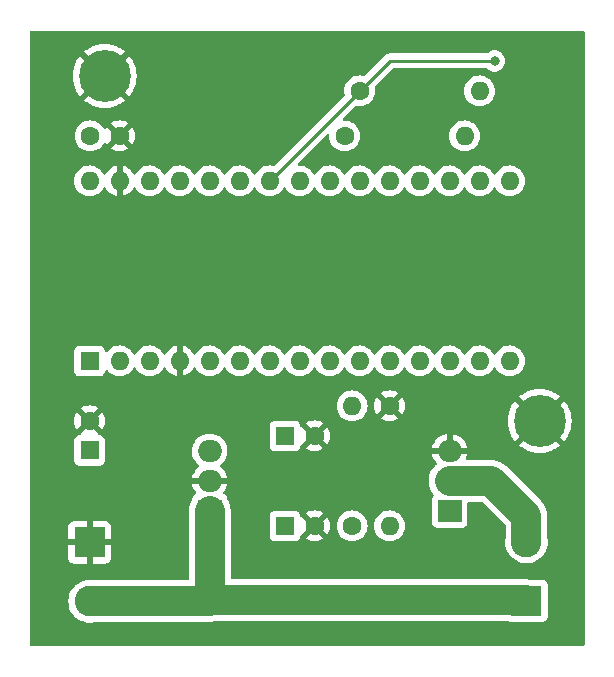
<source format=gbr>
%TF.GenerationSoftware,KiCad,Pcbnew,(7.0.0)*%
%TF.CreationDate,2023-10-09T21:37:50-04:00*%
%TF.ProjectId,CPS V2,43505320-5632-42e6-9b69-6361645f7063,rev?*%
%TF.SameCoordinates,Original*%
%TF.FileFunction,Copper,L2,Bot*%
%TF.FilePolarity,Positive*%
%FSLAX46Y46*%
G04 Gerber Fmt 4.6, Leading zero omitted, Abs format (unit mm)*
G04 Created by KiCad (PCBNEW (7.0.0)) date 2023-10-09 21:37:50*
%MOMM*%
%LPD*%
G01*
G04 APERTURE LIST*
%TA.AperFunction,ComponentPad*%
%ADD10C,1.600000*%
%TD*%
%TA.AperFunction,ComponentPad*%
%ADD11O,1.600000X1.600000*%
%TD*%
%TA.AperFunction,ComponentPad*%
%ADD12C,4.400000*%
%TD*%
%TA.AperFunction,ComponentPad*%
%ADD13R,1.600000X1.600000*%
%TD*%
%TA.AperFunction,ComponentPad*%
%ADD14R,2.000000X1.905000*%
%TD*%
%TA.AperFunction,ComponentPad*%
%ADD15O,2.000000X1.905000*%
%TD*%
%TA.AperFunction,ComponentPad*%
%ADD16R,2.600000X2.600000*%
%TD*%
%TA.AperFunction,ComponentPad*%
%ADD17C,2.600000*%
%TD*%
%TA.AperFunction,ViaPad*%
%ADD18C,0.800000*%
%TD*%
%TA.AperFunction,Conductor*%
%ADD19C,0.250000*%
%TD*%
%TA.AperFunction,Conductor*%
%ADD20C,2.540000*%
%TD*%
G04 APERTURE END LIST*
D10*
%TO.P,R4,1*%
%TO.N,To SDA*%
X151130000Y-69850000D03*
D11*
%TO.P,R4,2*%
%TO.N,+3.3V*%
X161289999Y-69849999D03*
%TD*%
D10*
%TO.P,R2,1*%
%TO.N,Net-(Q1-G)*%
X151765000Y-102870000D03*
D11*
%TO.P,R2,2*%
%TO.N,Net-(A1-A2)*%
X151764999Y-92709999D03*
%TD*%
D12*
%TO.P,H2,1,1*%
%TO.N,GND*%
X167640000Y-93980000D03*
%TD*%
D10*
%TO.P,C1,1*%
%TO.N,+5V*%
X129580000Y-69850000D03*
%TO.P,C1,2*%
%TO.N,GND*%
X132080000Y-69850000D03*
%TD*%
D13*
%TO.P,C2,1*%
%TO.N,+5V*%
X129539999Y-96479999D03*
D10*
%TO.P,C2,2*%
%TO.N,GND*%
X129540000Y-93980000D03*
%TD*%
D14*
%TO.P,U1,1,VI*%
%TO.N,+20V*%
X139699999Y-101599999D03*
D15*
%TO.P,U1,2,GND*%
%TO.N,GND*%
X139699999Y-99059999D03*
%TO.P,U1,3,VO*%
%TO.N,+5V*%
X139699999Y-96519999D03*
%TD*%
D13*
%TO.P,A1,1,D1/TX*%
%TO.N,unconnected-(A1-D1{slash}TX-Pad1)*%
X129539999Y-88899999D03*
D11*
%TO.P,A1,2,D0/RX*%
%TO.N,unconnected-(A1-D0{slash}RX-Pad2)*%
X132079999Y-88899999D03*
%TO.P,A1,3,~{RESET}*%
%TO.N,unconnected-(A1-~{RESET}-Pad3)*%
X134619999Y-88899999D03*
%TO.P,A1,4,GND*%
%TO.N,GND*%
X137159999Y-88899999D03*
%TO.P,A1,5,D2*%
%TO.N,unconnected-(A1-D2-Pad5)*%
X139699999Y-88899999D03*
%TO.P,A1,6,D3*%
%TO.N,unconnected-(A1-D3-Pad6)*%
X142239999Y-88899999D03*
%TO.P,A1,7,D4*%
%TO.N,unconnected-(A1-D4-Pad7)*%
X144779999Y-88899999D03*
%TO.P,A1,8,D5*%
%TO.N,unconnected-(A1-D5-Pad8)*%
X147319999Y-88899999D03*
%TO.P,A1,9,D6*%
%TO.N,unconnected-(A1-D6-Pad9)*%
X149859999Y-88899999D03*
%TO.P,A1,10,D7*%
%TO.N,unconnected-(A1-D7-Pad10)*%
X152399999Y-88899999D03*
%TO.P,A1,11,D8*%
%TO.N,unconnected-(A1-D8-Pad11)*%
X154939999Y-88899999D03*
%TO.P,A1,12,D9*%
%TO.N,unconnected-(A1-D9-Pad12)*%
X157479999Y-88899999D03*
%TO.P,A1,13,D10*%
%TO.N,unconnected-(A1-D10-Pad13)*%
X160019999Y-88899999D03*
%TO.P,A1,14,D11*%
%TO.N,unconnected-(A1-D11-Pad14)*%
X162559999Y-88899999D03*
%TO.P,A1,15,D12*%
%TO.N,unconnected-(A1-D12-Pad15)*%
X165099999Y-88899999D03*
%TO.P,A1,16,D13*%
%TO.N,unconnected-(A1-D13-Pad16)*%
X165099999Y-73659999D03*
%TO.P,A1,17,3V3*%
%TO.N,+3.3V*%
X162559999Y-73659999D03*
%TO.P,A1,18,AREF*%
%TO.N,unconnected-(A1-AREF-Pad18)*%
X160019999Y-73659999D03*
%TO.P,A1,19,A0*%
%TO.N,unconnected-(A1-A0-Pad19)*%
X157479999Y-73659999D03*
%TO.P,A1,20,A1*%
%TO.N,unconnected-(A1-A1-Pad20)*%
X154939999Y-73659999D03*
%TO.P,A1,21,A2*%
%TO.N,Net-(A1-A2)*%
X152399999Y-73659999D03*
%TO.P,A1,22,A3*%
%TO.N,unconnected-(A1-A3-Pad22)*%
X149859999Y-73659999D03*
%TO.P,A1,23,A4*%
%TO.N,To SDA*%
X147319999Y-73659999D03*
%TO.P,A1,24,A5*%
%TO.N,To SCL*%
X144779999Y-73659999D03*
%TO.P,A1,25,A6*%
%TO.N,unconnected-(A1-A6-Pad25)*%
X142239999Y-73659999D03*
%TO.P,A1,26,A7*%
%TO.N,unconnected-(A1-A7-Pad26)*%
X139699999Y-73659999D03*
%TO.P,A1,27,+5V*%
%TO.N,unconnected-(A1-+5V-Pad27)*%
X137159999Y-73659999D03*
%TO.P,A1,28,~{RESET}*%
%TO.N,unconnected-(A1-~{RESET}-Pad28)*%
X134619999Y-73659999D03*
%TO.P,A1,29,GND*%
%TO.N,GND*%
X132079999Y-73659999D03*
%TO.P,A1,30,VIN*%
%TO.N,+5V*%
X129539999Y-73659999D03*
%TD*%
D13*
%TO.P,C3,1*%
%TO.N,+20V*%
X146089999Y-102869999D03*
D10*
%TO.P,C3,2*%
%TO.N,GND*%
X148590000Y-102870000D03*
%TD*%
D16*
%TO.P,J2,1,Pin_1*%
%TO.N,+20V*%
X166524999Y-109219999D03*
D17*
%TO.P,J2,2,Pin_2*%
%TO.N,From Batt*%
X166525000Y-104220000D03*
%TD*%
D10*
%TO.P,R1,1*%
%TO.N,GND*%
X154940000Y-92710000D03*
D11*
%TO.P,R1,2*%
%TO.N,Net-(Q1-G)*%
X154939999Y-102869999D03*
%TD*%
D16*
%TO.P,J1,1,Pin_1*%
%TO.N,GND*%
X129539999Y-104259999D03*
D17*
%TO.P,J1,2,Pin_2*%
%TO.N,+20V*%
X129540000Y-109260000D03*
%TD*%
D13*
%TO.P,C4,1*%
%TO.N,+5V*%
X146089999Y-95249999D03*
D10*
%TO.P,C4,2*%
%TO.N,GND*%
X148590000Y-95250000D03*
%TD*%
%TO.P,R3,1*%
%TO.N,To SCL*%
X152400000Y-66040000D03*
D11*
%TO.P,R3,2*%
%TO.N,+3.3V*%
X162559999Y-66039999D03*
%TD*%
D12*
%TO.P,H1,1,1*%
%TO.N,GND*%
X130810000Y-64770000D03*
%TD*%
D14*
%TO.P,Q1,1,G*%
%TO.N,Net-(Q1-G)*%
X160019999Y-101599999D03*
D15*
%TO.P,Q1,2,D*%
%TO.N,From Batt*%
X160019999Y-99059999D03*
%TO.P,Q1,3,S*%
%TO.N,GND*%
X160019999Y-96519999D03*
%TD*%
D18*
%TO.N,GND*%
X157480000Y-71120000D03*
X154940000Y-68580000D03*
X152400000Y-71120000D03*
%TO.N,To SCL*%
X163830000Y-63500000D03*
%TD*%
D19*
%TO.N,To SCL*%
X162560000Y-63500000D02*
X163830000Y-63500000D01*
X154940000Y-63500000D02*
X162560000Y-63500000D01*
X144780000Y-73660000D02*
X154940000Y-63500000D01*
D20*
%TO.N,+20V*%
X139700000Y-104140000D02*
X139700000Y-101600000D01*
X129540000Y-109220000D02*
X139700000Y-109220000D01*
X166525000Y-109180000D02*
X139740000Y-109180000D01*
X139700000Y-104140000D02*
X139700000Y-109220000D01*
%TO.N,From Batt*%
X166525000Y-102025000D02*
X166525000Y-104220000D01*
X163560000Y-99060000D02*
X166525000Y-102025000D01*
X160020000Y-99060000D02*
X163560000Y-99060000D01*
%TD*%
%TA.AperFunction,Conductor*%
%TO.N,GND*%
G36*
X171387500Y-60977113D02*
G01*
X171432887Y-61022500D01*
X171449500Y-61084500D01*
X171449500Y-112905500D01*
X171432887Y-112967500D01*
X171387500Y-113012887D01*
X171325500Y-113029500D01*
X124584500Y-113029500D01*
X124522500Y-113012887D01*
X124477113Y-112967500D01*
X124460500Y-112905500D01*
X124460500Y-109260000D01*
X127734451Y-109260000D01*
X127754617Y-109529103D01*
X127814666Y-109792195D01*
X127913257Y-110043398D01*
X128048185Y-110277102D01*
X128216439Y-110488085D01*
X128219843Y-110491243D01*
X128374508Y-110634752D01*
X128414259Y-110671635D01*
X128637226Y-110823651D01*
X128880359Y-110940738D01*
X128884787Y-110942103D01*
X128884790Y-110942105D01*
X128961180Y-110965668D01*
X129138228Y-111020280D01*
X129405071Y-111060500D01*
X129670292Y-111060500D01*
X129674929Y-111060500D01*
X129941772Y-111020280D01*
X130020456Y-110996008D01*
X130057006Y-110990500D01*
X139828046Y-110990500D01*
X139832681Y-110990500D01*
X139893805Y-110981286D01*
X139902976Y-110980254D01*
X139964619Y-110975635D01*
X140024886Y-110961879D01*
X140033980Y-110960158D01*
X140059090Y-110956374D01*
X140088876Y-110951885D01*
X140107356Y-110950500D01*
X164929304Y-110950500D01*
X164982558Y-110964092D01*
X164982669Y-110963796D01*
X165117517Y-111014091D01*
X165177127Y-111020500D01*
X167872872Y-111020499D01*
X167932483Y-111014091D01*
X168067331Y-110963796D01*
X168182546Y-110877546D01*
X168268796Y-110762331D01*
X168319091Y-110627483D01*
X168325500Y-110567873D01*
X168325499Y-107872128D01*
X168319091Y-107812517D01*
X168268796Y-107677669D01*
X168182546Y-107562454D01*
X168130395Y-107523414D01*
X168074431Y-107481519D01*
X168074430Y-107481518D01*
X168067331Y-107476204D01*
X167932483Y-107425909D01*
X167924770Y-107425079D01*
X167924767Y-107425079D01*
X167876180Y-107419855D01*
X167876169Y-107419854D01*
X167872873Y-107419500D01*
X167869551Y-107419500D01*
X166729339Y-107419500D01*
X166720073Y-107419153D01*
X166593569Y-107409673D01*
X166593558Y-107409672D01*
X166591255Y-107409500D01*
X166588938Y-107409500D01*
X141594500Y-107409500D01*
X141532500Y-107392887D01*
X141487113Y-107347500D01*
X141470500Y-107285500D01*
X141470500Y-103714578D01*
X144789500Y-103714578D01*
X144789501Y-103717872D01*
X144789853Y-103721150D01*
X144789854Y-103721161D01*
X144795079Y-103769768D01*
X144795080Y-103769773D01*
X144795909Y-103777483D01*
X144798619Y-103784749D01*
X144798620Y-103784753D01*
X144829005Y-103866217D01*
X144846204Y-103912331D01*
X144851518Y-103919430D01*
X144851519Y-103919431D01*
X144916735Y-104006549D01*
X144932454Y-104027546D01*
X145047669Y-104113796D01*
X145182517Y-104164091D01*
X145242127Y-104170500D01*
X146937872Y-104170499D01*
X146997483Y-104164091D01*
X147132331Y-104113796D01*
X147247546Y-104027546D01*
X147306568Y-103948703D01*
X147868217Y-103948703D01*
X147875650Y-103956814D01*
X147933077Y-103997025D01*
X147942427Y-104002423D01*
X148138768Y-104093979D01*
X148148902Y-104097667D01*
X148358162Y-104153739D01*
X148368793Y-104155613D01*
X148584605Y-104174494D01*
X148595395Y-104174494D01*
X148811206Y-104155613D01*
X148821837Y-104153739D01*
X149031097Y-104097667D01*
X149041231Y-104093979D01*
X149237575Y-104002422D01*
X149246920Y-103997026D01*
X149304348Y-103956814D01*
X149311780Y-103948703D01*
X149305867Y-103939421D01*
X148601542Y-103235095D01*
X148590000Y-103228431D01*
X148578457Y-103235095D01*
X147874128Y-103939424D01*
X147868217Y-103948703D01*
X147306568Y-103948703D01*
X147333796Y-103912331D01*
X147384091Y-103777483D01*
X147390500Y-103717873D01*
X147390499Y-103714548D01*
X147390678Y-103711232D01*
X147391954Y-103711300D01*
X147404460Y-103659950D01*
X147443333Y-103615567D01*
X147498317Y-103594172D01*
X147509946Y-103592641D01*
X147520574Y-103585870D01*
X148224903Y-102881542D01*
X148231567Y-102870000D01*
X148948431Y-102870000D01*
X148955095Y-102881542D01*
X149659421Y-103585867D01*
X149668703Y-103591780D01*
X149676814Y-103584348D01*
X149717026Y-103526920D01*
X149722422Y-103517575D01*
X149813979Y-103321231D01*
X149817667Y-103311097D01*
X149873739Y-103101837D01*
X149875613Y-103091206D01*
X149894494Y-102875395D01*
X149894494Y-102870000D01*
X150459532Y-102870000D01*
X150460004Y-102875395D01*
X150474981Y-103046591D01*
X150479365Y-103096692D01*
X150480762Y-103101907D01*
X150480764Y-103101916D01*
X150536858Y-103311263D01*
X150536861Y-103311271D01*
X150538261Y-103316496D01*
X150634432Y-103522734D01*
X150764953Y-103709139D01*
X150925861Y-103870047D01*
X151112266Y-104000568D01*
X151318504Y-104096739D01*
X151323734Y-104098140D01*
X151323736Y-104098141D01*
X151531232Y-104153739D01*
X151538308Y-104155635D01*
X151765000Y-104175468D01*
X151991692Y-104155635D01*
X152211496Y-104096739D01*
X152417734Y-104000568D01*
X152604139Y-103870047D01*
X152765047Y-103709139D01*
X152895568Y-103522734D01*
X152991739Y-103316496D01*
X153050635Y-103096692D01*
X153070468Y-102870000D01*
X153634532Y-102870000D01*
X153635004Y-102875395D01*
X153649981Y-103046591D01*
X153654365Y-103096692D01*
X153655762Y-103101907D01*
X153655764Y-103101916D01*
X153711858Y-103311263D01*
X153711861Y-103311271D01*
X153713261Y-103316496D01*
X153809432Y-103522734D01*
X153939953Y-103709139D01*
X154100861Y-103870047D01*
X154287266Y-104000568D01*
X154493504Y-104096739D01*
X154498734Y-104098140D01*
X154498736Y-104098141D01*
X154706232Y-104153739D01*
X154713308Y-104155635D01*
X154940000Y-104175468D01*
X155166692Y-104155635D01*
X155386496Y-104096739D01*
X155592734Y-104000568D01*
X155779139Y-103870047D01*
X155940047Y-103709139D01*
X156070568Y-103522734D01*
X156166739Y-103316496D01*
X156225635Y-103096692D01*
X156245468Y-102870000D01*
X156225635Y-102643308D01*
X156178011Y-102465573D01*
X156168141Y-102428736D01*
X156168140Y-102428734D01*
X156166739Y-102423504D01*
X156070568Y-102217266D01*
X155940047Y-102030861D01*
X155779139Y-101869953D01*
X155655219Y-101783184D01*
X155597173Y-101742540D01*
X155597171Y-101742539D01*
X155592734Y-101739432D01*
X155386496Y-101643261D01*
X155381271Y-101641861D01*
X155381263Y-101641858D01*
X155171916Y-101585764D01*
X155171907Y-101585762D01*
X155166692Y-101584365D01*
X155161304Y-101583893D01*
X155161301Y-101583893D01*
X154945395Y-101565004D01*
X154940000Y-101564532D01*
X154934605Y-101565004D01*
X154718698Y-101583893D01*
X154718693Y-101583893D01*
X154713308Y-101584365D01*
X154708094Y-101585762D01*
X154708083Y-101585764D01*
X154498736Y-101641858D01*
X154498724Y-101641862D01*
X154493504Y-101643261D01*
X154488599Y-101645547D01*
X154488594Y-101645550D01*
X154292176Y-101737142D01*
X154292172Y-101737144D01*
X154287266Y-101739432D01*
X154282833Y-101742535D01*
X154282826Y-101742540D01*
X154105296Y-101866847D01*
X154105291Y-101866850D01*
X154100861Y-101869953D01*
X154097037Y-101873776D01*
X154097031Y-101873782D01*
X153943782Y-102027031D01*
X153943776Y-102027037D01*
X153939953Y-102030861D01*
X153936850Y-102035291D01*
X153936847Y-102035296D01*
X153812540Y-102212826D01*
X153812535Y-102212833D01*
X153809432Y-102217266D01*
X153807144Y-102222172D01*
X153807142Y-102222176D01*
X153715550Y-102418594D01*
X153715547Y-102418599D01*
X153713261Y-102423504D01*
X153711862Y-102428724D01*
X153711858Y-102428736D01*
X153655764Y-102638083D01*
X153655762Y-102638094D01*
X153654365Y-102643308D01*
X153653893Y-102648693D01*
X153653893Y-102648698D01*
X153641108Y-102794831D01*
X153634532Y-102870000D01*
X153070468Y-102870000D01*
X153050635Y-102643308D01*
X153003011Y-102465573D01*
X152993141Y-102428736D01*
X152993140Y-102428734D01*
X152991739Y-102423504D01*
X152895568Y-102217266D01*
X152765047Y-102030861D01*
X152604139Y-101869953D01*
X152480219Y-101783184D01*
X152422173Y-101742540D01*
X152422171Y-101742539D01*
X152417734Y-101739432D01*
X152211496Y-101643261D01*
X152206271Y-101641861D01*
X152206263Y-101641858D01*
X151996916Y-101585764D01*
X151996907Y-101585762D01*
X151991692Y-101584365D01*
X151986304Y-101583893D01*
X151986301Y-101583893D01*
X151770395Y-101565004D01*
X151765000Y-101564532D01*
X151759605Y-101565004D01*
X151543698Y-101583893D01*
X151543693Y-101583893D01*
X151538308Y-101584365D01*
X151533094Y-101585762D01*
X151533083Y-101585764D01*
X151323736Y-101641858D01*
X151323724Y-101641862D01*
X151318504Y-101643261D01*
X151313599Y-101645547D01*
X151313594Y-101645550D01*
X151117176Y-101737142D01*
X151117172Y-101737144D01*
X151112266Y-101739432D01*
X151107833Y-101742535D01*
X151107826Y-101742540D01*
X150930296Y-101866847D01*
X150930291Y-101866850D01*
X150925861Y-101869953D01*
X150922037Y-101873776D01*
X150922031Y-101873782D01*
X150768782Y-102027031D01*
X150768776Y-102027037D01*
X150764953Y-102030861D01*
X150761850Y-102035291D01*
X150761847Y-102035296D01*
X150637540Y-102212826D01*
X150637535Y-102212833D01*
X150634432Y-102217266D01*
X150632144Y-102222172D01*
X150632142Y-102222176D01*
X150540550Y-102418594D01*
X150540547Y-102418599D01*
X150538261Y-102423504D01*
X150536862Y-102428724D01*
X150536858Y-102428736D01*
X150480764Y-102638083D01*
X150480762Y-102638094D01*
X150479365Y-102643308D01*
X150478893Y-102648693D01*
X150478893Y-102648698D01*
X150466108Y-102794831D01*
X150459532Y-102870000D01*
X149894494Y-102870000D01*
X149894494Y-102864605D01*
X149875613Y-102648793D01*
X149873739Y-102638162D01*
X149817667Y-102428902D01*
X149813979Y-102418768D01*
X149722423Y-102222427D01*
X149717025Y-102213077D01*
X149676814Y-102155650D01*
X149668703Y-102148217D01*
X149659424Y-102154128D01*
X148955095Y-102858457D01*
X148948431Y-102870000D01*
X148231567Y-102870000D01*
X148224903Y-102858457D01*
X147520574Y-102154128D01*
X147509943Y-102147356D01*
X147498314Y-102145825D01*
X147443376Y-102124461D01*
X147404510Y-102080143D01*
X147391920Y-102028695D01*
X147390677Y-102028762D01*
X147390499Y-102025441D01*
X147390499Y-102022128D01*
X147384091Y-101962517D01*
X147333796Y-101827669D01*
X147306567Y-101791296D01*
X147868217Y-101791296D01*
X147874128Y-101800574D01*
X148578457Y-102504903D01*
X148590000Y-102511567D01*
X148601542Y-102504903D01*
X149305870Y-101800574D01*
X149311781Y-101791295D01*
X149304348Y-101783184D01*
X149246922Y-101742974D01*
X149237572Y-101737576D01*
X149041231Y-101646020D01*
X149031097Y-101642332D01*
X148821837Y-101586260D01*
X148811206Y-101584386D01*
X148595395Y-101565506D01*
X148584605Y-101565506D01*
X148368793Y-101584386D01*
X148358162Y-101586260D01*
X148148902Y-101642332D01*
X148138768Y-101646020D01*
X147942425Y-101737577D01*
X147933081Y-101742971D01*
X147875651Y-101783183D01*
X147868217Y-101791296D01*
X147306567Y-101791296D01*
X147247546Y-101712454D01*
X147218144Y-101690444D01*
X147139431Y-101631519D01*
X147139430Y-101631518D01*
X147132331Y-101626204D01*
X147052626Y-101596476D01*
X147004752Y-101578620D01*
X147004750Y-101578619D01*
X146997483Y-101575909D01*
X146989770Y-101575079D01*
X146989767Y-101575079D01*
X146941180Y-101569855D01*
X146941169Y-101569854D01*
X146937873Y-101569500D01*
X146934550Y-101569500D01*
X145245439Y-101569500D01*
X145245420Y-101569500D01*
X145242128Y-101569501D01*
X145238850Y-101569853D01*
X145238838Y-101569854D01*
X145190231Y-101575079D01*
X145190225Y-101575080D01*
X145182517Y-101575909D01*
X145175252Y-101578618D01*
X145175246Y-101578620D01*
X145055980Y-101623104D01*
X145055978Y-101623104D01*
X145047669Y-101626204D01*
X145040572Y-101631516D01*
X145040568Y-101631519D01*
X144939550Y-101707141D01*
X144939546Y-101707144D01*
X144932454Y-101712454D01*
X144927144Y-101719546D01*
X144927141Y-101719550D01*
X144851519Y-101820568D01*
X144851516Y-101820572D01*
X144846204Y-101827669D01*
X144843104Y-101835978D01*
X144843104Y-101835980D01*
X144798620Y-101955247D01*
X144798619Y-101955250D01*
X144795909Y-101962517D01*
X144795079Y-101970227D01*
X144795079Y-101970232D01*
X144789855Y-102018819D01*
X144789854Y-102018831D01*
X144789500Y-102022127D01*
X144789500Y-102025448D01*
X144789500Y-102025449D01*
X144789500Y-103714560D01*
X144789500Y-103714578D01*
X141470500Y-103714578D01*
X141470500Y-101536062D01*
X141470500Y-101533745D01*
X141455635Y-101335381D01*
X141396586Y-101076673D01*
X141299639Y-100829655D01*
X141217111Y-100686713D01*
X141200499Y-100624714D01*
X141200499Y-100602939D01*
X141200499Y-100599628D01*
X141194091Y-100540017D01*
X141143796Y-100405169D01*
X141057546Y-100289954D01*
X140942331Y-100203704D01*
X140911195Y-100192091D01*
X140863377Y-100159978D01*
X140835228Y-100109724D01*
X140832821Y-100052174D01*
X140856675Y-99999746D01*
X140964502Y-99861211D01*
X140970093Y-99852654D01*
X141079780Y-99649968D01*
X141083883Y-99640613D01*
X141158713Y-99422642D01*
X141161224Y-99412731D01*
X141176144Y-99323320D01*
X141175577Y-99312363D01*
X141164860Y-99310000D01*
X138235140Y-99310000D01*
X138224422Y-99312363D01*
X138223855Y-99323320D01*
X138238775Y-99412731D01*
X138241286Y-99422642D01*
X138316116Y-99640613D01*
X138320219Y-99649968D01*
X138429906Y-99852654D01*
X138435498Y-99861212D01*
X138543324Y-99999746D01*
X138567178Y-100052174D01*
X138564771Y-100109724D01*
X138536622Y-100159977D01*
X138488805Y-100192090D01*
X138465984Y-100200601D01*
X138465974Y-100200606D01*
X138457669Y-100203704D01*
X138450572Y-100209016D01*
X138450568Y-100209019D01*
X138349550Y-100284641D01*
X138349546Y-100284644D01*
X138342454Y-100289954D01*
X138337144Y-100297046D01*
X138337141Y-100297050D01*
X138261519Y-100398068D01*
X138261516Y-100398072D01*
X138256204Y-100405169D01*
X138253104Y-100413478D01*
X138253104Y-100413480D01*
X138208620Y-100532747D01*
X138208619Y-100532750D01*
X138205909Y-100540017D01*
X138205079Y-100547727D01*
X138205079Y-100547732D01*
X138199855Y-100596319D01*
X138199854Y-100596331D01*
X138199500Y-100599627D01*
X138199500Y-100602949D01*
X138199500Y-100624716D01*
X138182887Y-100686716D01*
X138102682Y-100825633D01*
X138102676Y-100825644D01*
X138100361Y-100829655D01*
X138098668Y-100833968D01*
X138098663Y-100833979D01*
X138005110Y-101072350D01*
X138005107Y-101072357D01*
X138003414Y-101076673D01*
X138002382Y-101081191D01*
X138002381Y-101081197D01*
X137945396Y-101330861D01*
X137945394Y-101330869D01*
X137944365Y-101335381D01*
X137944018Y-101340000D01*
X137944018Y-101340006D01*
X137931565Y-101506195D01*
X137929500Y-101533745D01*
X137929500Y-101536062D01*
X137929500Y-107325500D01*
X137912887Y-107387500D01*
X137867500Y-107432887D01*
X137805500Y-107449500D01*
X129473745Y-107449500D01*
X129471442Y-107449672D01*
X129471430Y-107449673D01*
X129280006Y-107464018D01*
X129280000Y-107464018D01*
X129275381Y-107464365D01*
X129270869Y-107465394D01*
X129270861Y-107465396D01*
X129021197Y-107522381D01*
X129021191Y-107522382D01*
X129016673Y-107523414D01*
X129012357Y-107525107D01*
X129012350Y-107525110D01*
X128773980Y-107618663D01*
X128773973Y-107618666D01*
X128769655Y-107620361D01*
X128646137Y-107691672D01*
X128644682Y-107692442D01*
X128641387Y-107694343D01*
X128637226Y-107696349D01*
X128633407Y-107698951D01*
X128630080Y-107700873D01*
X128628723Y-107701726D01*
X128543871Y-107750716D01*
X128543856Y-107750726D01*
X128539845Y-107753042D01*
X128536223Y-107755929D01*
X128536222Y-107755931D01*
X128459625Y-107817015D01*
X128452167Y-107822519D01*
X128418093Y-107845751D01*
X128414259Y-107848365D01*
X128410861Y-107851518D01*
X128380631Y-107879566D01*
X128373609Y-107885609D01*
X128336002Y-107915601D01*
X128332377Y-107918492D01*
X128329228Y-107921884D01*
X128329219Y-107921894D01*
X128296512Y-107957144D01*
X128289957Y-107963699D01*
X128219840Y-108028758D01*
X128219831Y-108028767D01*
X128216439Y-108031915D01*
X128213556Y-108035530D01*
X128213545Y-108035542D01*
X128051077Y-108239271D01*
X128048185Y-108242898D01*
X128045866Y-108246913D01*
X128045865Y-108246916D01*
X127915578Y-108472581D01*
X127915575Y-108472586D01*
X127913257Y-108476602D01*
X127911563Y-108480916D01*
X127911561Y-108480922D01*
X127816363Y-108723480D01*
X127814666Y-108727805D01*
X127813633Y-108732326D01*
X127813632Y-108732333D01*
X127755648Y-108986377D01*
X127755646Y-108986385D01*
X127754617Y-108990897D01*
X127734451Y-109260000D01*
X124460500Y-109260000D01*
X124460500Y-105604518D01*
X127740000Y-105604518D01*
X127740353Y-105611114D01*
X127745573Y-105659667D01*
X127749111Y-105674641D01*
X127793547Y-105793777D01*
X127801962Y-105809189D01*
X127877498Y-105910092D01*
X127889907Y-105922501D01*
X127990810Y-105998037D01*
X128006222Y-106006452D01*
X128125358Y-106050888D01*
X128140332Y-106054426D01*
X128188885Y-106059646D01*
X128195482Y-106060000D01*
X129273674Y-106060000D01*
X129286549Y-106056549D01*
X129290000Y-106043674D01*
X129790000Y-106043674D01*
X129793450Y-106056549D01*
X129806326Y-106060000D01*
X130884518Y-106060000D01*
X130891114Y-106059646D01*
X130939667Y-106054426D01*
X130954641Y-106050888D01*
X131073777Y-106006452D01*
X131089189Y-105998037D01*
X131190092Y-105922501D01*
X131202501Y-105910092D01*
X131278037Y-105809189D01*
X131286452Y-105793777D01*
X131330888Y-105674641D01*
X131334426Y-105659667D01*
X131339646Y-105611114D01*
X131340000Y-105604518D01*
X131340000Y-104526326D01*
X131336549Y-104513450D01*
X131323674Y-104510000D01*
X129806326Y-104510000D01*
X129793450Y-104513450D01*
X129790000Y-104526326D01*
X129790000Y-106043674D01*
X129290000Y-106043674D01*
X129290000Y-104526326D01*
X129286549Y-104513450D01*
X129273674Y-104510000D01*
X127756326Y-104510000D01*
X127743450Y-104513450D01*
X127740000Y-104526326D01*
X127740000Y-105604518D01*
X124460500Y-105604518D01*
X124460500Y-103993674D01*
X127740000Y-103993674D01*
X127743450Y-104006549D01*
X127756326Y-104010000D01*
X129273674Y-104010000D01*
X129286549Y-104006549D01*
X129290000Y-103993674D01*
X129790000Y-103993674D01*
X129793450Y-104006549D01*
X129806326Y-104010000D01*
X131323674Y-104010000D01*
X131336549Y-104006549D01*
X131340000Y-103993674D01*
X131340000Y-102915482D01*
X131339646Y-102908885D01*
X131334426Y-102860332D01*
X131330888Y-102845358D01*
X131286452Y-102726222D01*
X131278037Y-102710810D01*
X131202501Y-102609907D01*
X131190092Y-102597498D01*
X131089189Y-102521962D01*
X131073777Y-102513547D01*
X130954641Y-102469111D01*
X130939667Y-102465573D01*
X130891114Y-102460353D01*
X130884518Y-102460000D01*
X129806326Y-102460000D01*
X129793450Y-102463450D01*
X129790000Y-102476326D01*
X129790000Y-103993674D01*
X129290000Y-103993674D01*
X129290000Y-102476326D01*
X129286549Y-102463450D01*
X129273674Y-102460000D01*
X128195482Y-102460000D01*
X128188885Y-102460353D01*
X128140332Y-102465573D01*
X128125358Y-102469111D01*
X128006222Y-102513547D01*
X127990810Y-102521962D01*
X127889907Y-102597498D01*
X127877498Y-102609907D01*
X127801962Y-102710810D01*
X127793547Y-102726222D01*
X127749111Y-102845358D01*
X127745573Y-102860332D01*
X127740353Y-102908885D01*
X127740000Y-102915482D01*
X127740000Y-103993674D01*
X124460500Y-103993674D01*
X124460500Y-99192681D01*
X158249500Y-99192681D01*
X158289050Y-99455078D01*
X158290417Y-99459510D01*
X158290418Y-99459514D01*
X158349165Y-99649968D01*
X158367266Y-99708650D01*
X158369280Y-99712832D01*
X158480385Y-99943545D01*
X158480388Y-99943551D01*
X158482402Y-99947732D01*
X158631886Y-100166984D01*
X158635038Y-100170381D01*
X158635609Y-100171097D01*
X158659263Y-100219585D01*
X158660088Y-100273528D01*
X158637927Y-100322716D01*
X158581520Y-100398068D01*
X158576204Y-100405169D01*
X158573104Y-100413478D01*
X158573104Y-100413480D01*
X158528620Y-100532747D01*
X158528619Y-100532750D01*
X158525909Y-100540017D01*
X158525079Y-100547727D01*
X158525079Y-100547732D01*
X158519855Y-100596319D01*
X158519854Y-100596331D01*
X158519500Y-100599627D01*
X158519500Y-100602948D01*
X158519500Y-100602949D01*
X158519500Y-102597060D01*
X158519500Y-102597078D01*
X158519501Y-102600372D01*
X158519853Y-102603650D01*
X158519854Y-102603661D01*
X158525079Y-102652268D01*
X158525080Y-102652273D01*
X158525909Y-102659983D01*
X158528619Y-102667249D01*
X158528620Y-102667253D01*
X158562217Y-102757331D01*
X158576204Y-102794831D01*
X158581518Y-102801930D01*
X158581519Y-102801931D01*
X158632475Y-102870000D01*
X158662454Y-102910046D01*
X158777669Y-102996296D01*
X158912517Y-103046591D01*
X158972127Y-103053000D01*
X161067872Y-103052999D01*
X161127483Y-103046591D01*
X161262331Y-102996296D01*
X161377546Y-102910046D01*
X161463796Y-102794831D01*
X161514091Y-102659983D01*
X161520500Y-102600373D01*
X161520499Y-100954499D01*
X161537112Y-100892500D01*
X161582499Y-100847113D01*
X161644499Y-100830500D01*
X162775273Y-100830500D01*
X162822726Y-100839939D01*
X162862954Y-100866819D01*
X164718181Y-102722046D01*
X164745061Y-102762274D01*
X164754500Y-102809727D01*
X164754500Y-103871719D01*
X164751391Y-103899311D01*
X164740649Y-103946373D01*
X164740647Y-103946380D01*
X164739617Y-103950897D01*
X164739270Y-103955520D01*
X164739270Y-103955524D01*
X164722788Y-104175468D01*
X164719451Y-104220000D01*
X164739617Y-104489103D01*
X164740647Y-104493616D01*
X164740648Y-104493622D01*
X164798632Y-104747666D01*
X164799666Y-104752195D01*
X164898257Y-105003398D01*
X165033185Y-105237102D01*
X165201439Y-105448085D01*
X165204843Y-105451243D01*
X165377142Y-105611114D01*
X165399259Y-105631635D01*
X165622226Y-105783651D01*
X165865359Y-105900738D01*
X165869787Y-105902103D01*
X165869790Y-105902105D01*
X165935913Y-105922501D01*
X166123228Y-105980280D01*
X166390071Y-106020500D01*
X166655292Y-106020500D01*
X166659929Y-106020500D01*
X166926772Y-105980280D01*
X167184641Y-105900738D01*
X167427775Y-105783651D01*
X167650741Y-105631635D01*
X167848561Y-105448085D01*
X168016815Y-105237102D01*
X168151743Y-105003398D01*
X168250334Y-104752195D01*
X168310383Y-104489103D01*
X168330549Y-104220000D01*
X168310383Y-103950897D01*
X168300802Y-103908920D01*
X168298609Y-103899311D01*
X168295500Y-103871719D01*
X168295500Y-102060425D01*
X168295587Y-102055789D01*
X168296846Y-102022128D01*
X168299223Y-101958613D01*
X168288334Y-101861984D01*
X168287902Y-101857367D01*
X168280635Y-101760381D01*
X168279601Y-101755851D01*
X168279600Y-101755844D01*
X168274783Y-101734741D01*
X168272455Y-101721045D01*
X168269512Y-101694920D01*
X168244335Y-101600961D01*
X168243224Y-101596476D01*
X168239148Y-101578620D01*
X168221586Y-101501673D01*
X168211980Y-101477199D01*
X168207639Y-101464007D01*
X168200832Y-101438600D01*
X168161940Y-101349461D01*
X168160166Y-101345177D01*
X168154547Y-101330861D01*
X168124639Y-101254655D01*
X168122316Y-101250631D01*
X168111491Y-101231880D01*
X168105229Y-101219478D01*
X168094715Y-101195380D01*
X168042970Y-101113028D01*
X168040578Y-101109058D01*
X167994276Y-101028860D01*
X167991958Y-101024845D01*
X167975571Y-101004297D01*
X167967525Y-100992958D01*
X167953535Y-100970692D01*
X167890088Y-100896966D01*
X167887130Y-100893395D01*
X167865936Y-100866819D01*
X167826508Y-100817377D01*
X167755202Y-100751215D01*
X167751862Y-100747997D01*
X164837001Y-97833136D01*
X164833783Y-97829796D01*
X164770778Y-97761892D01*
X164770775Y-97761890D01*
X164767623Y-97758492D01*
X164691584Y-97697853D01*
X164688019Y-97694899D01*
X164687461Y-97694419D01*
X164614308Y-97631465D01*
X164592039Y-97617472D01*
X164580709Y-97609432D01*
X164563784Y-97595935D01*
X164563775Y-97595929D01*
X164560155Y-97593042D01*
X164475934Y-97544417D01*
X164471973Y-97542029D01*
X164393557Y-97492757D01*
X164393543Y-97492749D01*
X164389619Y-97490284D01*
X164385365Y-97488428D01*
X164385350Y-97488420D01*
X164365518Y-97479767D01*
X164353109Y-97473503D01*
X164334369Y-97462684D01*
X164334366Y-97462682D01*
X164330345Y-97460361D01*
X164326026Y-97458666D01*
X164326020Y-97458663D01*
X164239842Y-97424841D01*
X164235558Y-97423067D01*
X164150648Y-97386021D01*
X164150638Y-97386017D01*
X164146399Y-97384168D01*
X164120995Y-97377361D01*
X164107790Y-97373015D01*
X164087649Y-97365110D01*
X164087645Y-97365109D01*
X164083327Y-97363414D01*
X164078804Y-97362381D01*
X164078802Y-97362381D01*
X164030769Y-97351418D01*
X163988503Y-97341770D01*
X163984034Y-97340662D01*
X163890080Y-97315488D01*
X163885481Y-97314969D01*
X163885477Y-97314969D01*
X163863956Y-97312544D01*
X163850254Y-97310216D01*
X163829138Y-97305396D01*
X163829132Y-97305395D01*
X163824619Y-97304365D01*
X163819991Y-97304018D01*
X163819990Y-97304018D01*
X163727639Y-97297097D01*
X163723023Y-97296664D01*
X163630999Y-97286295D01*
X163630990Y-97286294D01*
X163626387Y-97285776D01*
X163621756Y-97285949D01*
X163621750Y-97285949D01*
X163529194Y-97289413D01*
X163524557Y-97289500D01*
X161510721Y-97289500D01*
X161449453Y-97273306D01*
X161404187Y-97228955D01*
X161386747Y-97168030D01*
X161399501Y-97115452D01*
X161397718Y-97114670D01*
X161403883Y-97100613D01*
X161478713Y-96882642D01*
X161481224Y-96872731D01*
X161496144Y-96783320D01*
X161495577Y-96772363D01*
X161484860Y-96770000D01*
X158555140Y-96770000D01*
X158544422Y-96772363D01*
X158543855Y-96783320D01*
X158558775Y-96872731D01*
X158561286Y-96882642D01*
X158636116Y-97100613D01*
X158640219Y-97109968D01*
X158749906Y-97312654D01*
X158755498Y-97321212D01*
X158897047Y-97503074D01*
X158906636Y-97513490D01*
X158937011Y-97573222D01*
X158931872Y-97640036D01*
X158892720Y-97694419D01*
X158816006Y-97755597D01*
X158815998Y-97755603D01*
X158812377Y-97758492D01*
X158809223Y-97761890D01*
X158809221Y-97761893D01*
X158635039Y-97949617D01*
X158635034Y-97949623D01*
X158631886Y-97953016D01*
X158629276Y-97956843D01*
X158629272Y-97956849D01*
X158485017Y-98168430D01*
X158485011Y-98168439D01*
X158482402Y-98172267D01*
X158480390Y-98176443D01*
X158480387Y-98176450D01*
X158369280Y-98407166D01*
X158369276Y-98407176D01*
X158367266Y-98411350D01*
X158365900Y-98415777D01*
X158365897Y-98415786D01*
X158290418Y-98660485D01*
X158290416Y-98660492D01*
X158289050Y-98664922D01*
X158249500Y-98927319D01*
X158249500Y-99192681D01*
X124460500Y-99192681D01*
X124460500Y-97324578D01*
X128239500Y-97324578D01*
X128239501Y-97327872D01*
X128239853Y-97331150D01*
X128239854Y-97331161D01*
X128245079Y-97379768D01*
X128245080Y-97379773D01*
X128245909Y-97387483D01*
X128248619Y-97394749D01*
X128248620Y-97394753D01*
X128272457Y-97458663D01*
X128296204Y-97522331D01*
X128382454Y-97637546D01*
X128497669Y-97723796D01*
X128632517Y-97774091D01*
X128692127Y-97780500D01*
X130387872Y-97780499D01*
X130447483Y-97774091D01*
X130582331Y-97723796D01*
X130697546Y-97637546D01*
X130783796Y-97522331D01*
X130834091Y-97387483D01*
X130840500Y-97327873D01*
X130840500Y-96640399D01*
X138199500Y-96640399D01*
X138200343Y-96645452D01*
X138200344Y-96645461D01*
X138238289Y-96872854D01*
X138238291Y-96872863D01*
X138239134Y-96877913D01*
X138317321Y-97105664D01*
X138319756Y-97110163D01*
X138319758Y-97110168D01*
X138322618Y-97115452D01*
X138431928Y-97317439D01*
X138435076Y-97321484D01*
X138435077Y-97321485D01*
X138556108Y-97476987D01*
X138579829Y-97507463D01*
X138756990Y-97670551D01*
X138781384Y-97686488D01*
X138822618Y-97731278D01*
X138837565Y-97790295D01*
X138822621Y-97849313D01*
X138781389Y-97894105D01*
X138761589Y-97907041D01*
X138753527Y-97913315D01*
X138583966Y-98069408D01*
X138577053Y-98076918D01*
X138435498Y-98258787D01*
X138429906Y-98267345D01*
X138320219Y-98470031D01*
X138316116Y-98479386D01*
X138241286Y-98697357D01*
X138238775Y-98707268D01*
X138223855Y-98796679D01*
X138224422Y-98807636D01*
X138235140Y-98810000D01*
X141164860Y-98810000D01*
X141175577Y-98807636D01*
X141176144Y-98796679D01*
X141161224Y-98707268D01*
X141158713Y-98697357D01*
X141083883Y-98479386D01*
X141079780Y-98470031D01*
X140970093Y-98267345D01*
X140964501Y-98258787D01*
X140822946Y-98076918D01*
X140816033Y-98069408D01*
X140646471Y-97913314D01*
X140638409Y-97907039D01*
X140618614Y-97894107D01*
X140577380Y-97849315D01*
X140562435Y-97790297D01*
X140577381Y-97731279D01*
X140618615Y-97686488D01*
X140643010Y-97670551D01*
X140820171Y-97507463D01*
X140968072Y-97317439D01*
X141082679Y-97105664D01*
X141160866Y-96877913D01*
X141200500Y-96640399D01*
X141200500Y-96399601D01*
X141160866Y-96162087D01*
X141137690Y-96094578D01*
X144789500Y-96094578D01*
X144789501Y-96097872D01*
X144789853Y-96101150D01*
X144789854Y-96101161D01*
X144795079Y-96149768D01*
X144795080Y-96149773D01*
X144795909Y-96157483D01*
X144798619Y-96164749D01*
X144798620Y-96164753D01*
X144814772Y-96208057D01*
X144846204Y-96292331D01*
X144851518Y-96299430D01*
X144851519Y-96299431D01*
X144909315Y-96376637D01*
X144932454Y-96407546D01*
X145047669Y-96493796D01*
X145182517Y-96544091D01*
X145242127Y-96550500D01*
X146937872Y-96550499D01*
X146997483Y-96544091D01*
X147132331Y-96493796D01*
X147247546Y-96407546D01*
X147306568Y-96328703D01*
X147868217Y-96328703D01*
X147875650Y-96336814D01*
X147933077Y-96377025D01*
X147942427Y-96382423D01*
X148138768Y-96473979D01*
X148148902Y-96477667D01*
X148358162Y-96533739D01*
X148368793Y-96535613D01*
X148584605Y-96554494D01*
X148595395Y-96554494D01*
X148811206Y-96535613D01*
X148821837Y-96533739D01*
X149031097Y-96477667D01*
X149041231Y-96473979D01*
X149237575Y-96382422D01*
X149246920Y-96377026D01*
X149304348Y-96336814D01*
X149311780Y-96328703D01*
X149305867Y-96319421D01*
X149243125Y-96256679D01*
X158543855Y-96256679D01*
X158544422Y-96267636D01*
X158555140Y-96270000D01*
X159753674Y-96270000D01*
X159766549Y-96266549D01*
X159770000Y-96253674D01*
X160270000Y-96253674D01*
X160273450Y-96266549D01*
X160286326Y-96270000D01*
X161484860Y-96270000D01*
X161495577Y-96267636D01*
X161496144Y-96256679D01*
X161481224Y-96167268D01*
X161478713Y-96157357D01*
X161444663Y-96058172D01*
X165920811Y-96058172D01*
X165928881Y-96069373D01*
X166100474Y-96203808D01*
X166106626Y-96208054D01*
X166379748Y-96373163D01*
X166386368Y-96376637D01*
X166677410Y-96507625D01*
X166684386Y-96510270D01*
X166989092Y-96605221D01*
X166996348Y-96607009D01*
X167310267Y-96664537D01*
X167317697Y-96665439D01*
X167636264Y-96684709D01*
X167643736Y-96684709D01*
X167962302Y-96665439D01*
X167969732Y-96664537D01*
X168283651Y-96607009D01*
X168290907Y-96605221D01*
X168595613Y-96510270D01*
X168602589Y-96507625D01*
X168893631Y-96376637D01*
X168900251Y-96373163D01*
X169173369Y-96208057D01*
X169179534Y-96203801D01*
X169351117Y-96069374D01*
X169359187Y-96058172D01*
X169352526Y-96046079D01*
X167651542Y-94345095D01*
X167640000Y-94338431D01*
X167628457Y-94345095D01*
X165927472Y-96046079D01*
X165920811Y-96058172D01*
X161444663Y-96058172D01*
X161403883Y-95939386D01*
X161399780Y-95930031D01*
X161290093Y-95727345D01*
X161284501Y-95718787D01*
X161142946Y-95536918D01*
X161136033Y-95529408D01*
X160966471Y-95373314D01*
X160958414Y-95367043D01*
X160765471Y-95240988D01*
X160756488Y-95236126D01*
X160545438Y-95143552D01*
X160535771Y-95140233D01*
X160312362Y-95083658D01*
X160302284Y-95081976D01*
X160287136Y-95080721D01*
X160273719Y-95083342D01*
X160270000Y-95096496D01*
X160270000Y-96253674D01*
X159770000Y-96253674D01*
X159770000Y-95096496D01*
X159766280Y-95083342D01*
X159752863Y-95080721D01*
X159737715Y-95081976D01*
X159727637Y-95083658D01*
X159504228Y-95140233D01*
X159494561Y-95143552D01*
X159283511Y-95236126D01*
X159274528Y-95240988D01*
X159081585Y-95367043D01*
X159073528Y-95373314D01*
X158903966Y-95529408D01*
X158897053Y-95536918D01*
X158755498Y-95718787D01*
X158749906Y-95727345D01*
X158640219Y-95930031D01*
X158636116Y-95939386D01*
X158561286Y-96157357D01*
X158558775Y-96167268D01*
X158543855Y-96256679D01*
X149243125Y-96256679D01*
X148601542Y-95615095D01*
X148589999Y-95608431D01*
X148578457Y-95615095D01*
X147874128Y-96319424D01*
X147868217Y-96328703D01*
X147306568Y-96328703D01*
X147333796Y-96292331D01*
X147384091Y-96157483D01*
X147390500Y-96097873D01*
X147390499Y-96094548D01*
X147390678Y-96091232D01*
X147391954Y-96091300D01*
X147404460Y-96039950D01*
X147443333Y-95995567D01*
X147498317Y-95974172D01*
X147509946Y-95972641D01*
X147520574Y-95965870D01*
X148224903Y-95261542D01*
X148231567Y-95250000D01*
X148231566Y-95249999D01*
X148948431Y-95249999D01*
X148955095Y-95261541D01*
X149659421Y-95965867D01*
X149668703Y-95971780D01*
X149676814Y-95964348D01*
X149717026Y-95906920D01*
X149722422Y-95897575D01*
X149813979Y-95701231D01*
X149817667Y-95691097D01*
X149873739Y-95481837D01*
X149875613Y-95471206D01*
X149894494Y-95255395D01*
X149894494Y-95244605D01*
X149875613Y-95028793D01*
X149873739Y-95018162D01*
X149817667Y-94808902D01*
X149813979Y-94798768D01*
X149722423Y-94602427D01*
X149717025Y-94593077D01*
X149676814Y-94535650D01*
X149668703Y-94528217D01*
X149659424Y-94534128D01*
X148955095Y-95238456D01*
X148948431Y-95249999D01*
X148231566Y-95249999D01*
X148224903Y-95238457D01*
X147520574Y-94534128D01*
X147509943Y-94527356D01*
X147498314Y-94525825D01*
X147443376Y-94504461D01*
X147404510Y-94460143D01*
X147391920Y-94408695D01*
X147390677Y-94408762D01*
X147390499Y-94405441D01*
X147390499Y-94402128D01*
X147384091Y-94342517D01*
X147333796Y-94207669D01*
X147306567Y-94171296D01*
X147868217Y-94171296D01*
X147874128Y-94180574D01*
X148578457Y-94884903D01*
X148590000Y-94891567D01*
X148601542Y-94884903D01*
X149305870Y-94180574D01*
X149311781Y-94171295D01*
X149304348Y-94163184D01*
X149246922Y-94122974D01*
X149237572Y-94117576D01*
X149041231Y-94026020D01*
X149031097Y-94022332D01*
X148821837Y-93966260D01*
X148811206Y-93964386D01*
X148595395Y-93945506D01*
X148584605Y-93945506D01*
X148368793Y-93964386D01*
X148358162Y-93966260D01*
X148148902Y-94022332D01*
X148138768Y-94026020D01*
X147942425Y-94117577D01*
X147933081Y-94122971D01*
X147875651Y-94163183D01*
X147868217Y-94171296D01*
X147306567Y-94171296D01*
X147247546Y-94092454D01*
X147132331Y-94006204D01*
X147031126Y-93968457D01*
X147004752Y-93958620D01*
X147004750Y-93958619D01*
X146997483Y-93955909D01*
X146989770Y-93955079D01*
X146989767Y-93955079D01*
X146941180Y-93949855D01*
X146941169Y-93949854D01*
X146937873Y-93949500D01*
X146934550Y-93949500D01*
X145245439Y-93949500D01*
X145245420Y-93949500D01*
X145242128Y-93949501D01*
X145238850Y-93949853D01*
X145238838Y-93949854D01*
X145190231Y-93955079D01*
X145190225Y-93955080D01*
X145182517Y-93955909D01*
X145175252Y-93958618D01*
X145175246Y-93958620D01*
X145055980Y-94003104D01*
X145055978Y-94003104D01*
X145047669Y-94006204D01*
X145040572Y-94011516D01*
X145040568Y-94011519D01*
X144939550Y-94087141D01*
X144939546Y-94087144D01*
X144932454Y-94092454D01*
X144927144Y-94099546D01*
X144927141Y-94099550D01*
X144851519Y-94200568D01*
X144851516Y-94200572D01*
X144846204Y-94207669D01*
X144843104Y-94215978D01*
X144843104Y-94215980D01*
X144798620Y-94335247D01*
X144798619Y-94335250D01*
X144795909Y-94342517D01*
X144795079Y-94350227D01*
X144795079Y-94350232D01*
X144789855Y-94398819D01*
X144789854Y-94398831D01*
X144789500Y-94402127D01*
X144789500Y-94405448D01*
X144789500Y-94405449D01*
X144789500Y-96094560D01*
X144789500Y-96094578D01*
X141137690Y-96094578D01*
X141082679Y-95934336D01*
X140968072Y-95722561D01*
X140820171Y-95532537D01*
X140647209Y-95373314D01*
X140646779Y-95372918D01*
X140646774Y-95372914D01*
X140643010Y-95369449D01*
X140638726Y-95366650D01*
X140638722Y-95366647D01*
X140468437Y-95255395D01*
X140441422Y-95237745D01*
X140436732Y-95235688D01*
X140436727Y-95235685D01*
X140225601Y-95143077D01*
X140225602Y-95143077D01*
X140220905Y-95141017D01*
X140215935Y-95139758D01*
X140215934Y-95139758D01*
X139992450Y-95083164D01*
X139992443Y-95083162D01*
X139987476Y-95081905D01*
X139982364Y-95081481D01*
X139982356Y-95081480D01*
X139810166Y-95067212D01*
X139810150Y-95067211D01*
X139807600Y-95067000D01*
X139592400Y-95067000D01*
X139589850Y-95067211D01*
X139589833Y-95067212D01*
X139417643Y-95081480D01*
X139417633Y-95081481D01*
X139412524Y-95081905D01*
X139407558Y-95083162D01*
X139407549Y-95083164D01*
X139184065Y-95139758D01*
X139184060Y-95139759D01*
X139179095Y-95141017D01*
X139174401Y-95143075D01*
X139174398Y-95143077D01*
X138963272Y-95235685D01*
X138963262Y-95235690D01*
X138958578Y-95237745D01*
X138954290Y-95240546D01*
X138954289Y-95240547D01*
X138761277Y-95366647D01*
X138761267Y-95366654D01*
X138756990Y-95369449D01*
X138753230Y-95372909D01*
X138753220Y-95372918D01*
X138583602Y-95529063D01*
X138583597Y-95529067D01*
X138579829Y-95532537D01*
X138576685Y-95536576D01*
X138576678Y-95536584D01*
X138435077Y-95718514D01*
X138435072Y-95718521D01*
X138431928Y-95722561D01*
X138429490Y-95727065D01*
X138429488Y-95727069D01*
X138319758Y-95929831D01*
X138319753Y-95929840D01*
X138317321Y-95934336D01*
X138315659Y-95939176D01*
X138315656Y-95939184D01*
X138260043Y-96101180D01*
X138239134Y-96162087D01*
X138238291Y-96167133D01*
X138238289Y-96167145D01*
X138200344Y-96394538D01*
X138200343Y-96394548D01*
X138199500Y-96399601D01*
X138199500Y-96640399D01*
X130840500Y-96640399D01*
X130840499Y-95632128D01*
X130834091Y-95572517D01*
X130783796Y-95437669D01*
X130697546Y-95322454D01*
X130582331Y-95236204D01*
X130447483Y-95185909D01*
X130439770Y-95185079D01*
X130439767Y-95185079D01*
X130391180Y-95179855D01*
X130391169Y-95179854D01*
X130387873Y-95179500D01*
X130384554Y-95179500D01*
X130381232Y-95179322D01*
X130381298Y-95178077D01*
X130329856Y-95165489D01*
X130285538Y-95126623D01*
X130264174Y-95071684D01*
X130262643Y-95060057D01*
X130255867Y-95049421D01*
X129551542Y-94345095D01*
X129540000Y-94338431D01*
X129528457Y-94345095D01*
X128824128Y-95049424D01*
X128817355Y-95060055D01*
X128815824Y-95071688D01*
X128794490Y-95126580D01*
X128750238Y-95165439D01*
X128698697Y-95178111D01*
X128698762Y-95179323D01*
X128695435Y-95179500D01*
X128692128Y-95179501D01*
X128688850Y-95179853D01*
X128688838Y-95179854D01*
X128640231Y-95185079D01*
X128640225Y-95185080D01*
X128632517Y-95185909D01*
X128625252Y-95188618D01*
X128625246Y-95188620D01*
X128505980Y-95233104D01*
X128505978Y-95233104D01*
X128497669Y-95236204D01*
X128490572Y-95241516D01*
X128490568Y-95241519D01*
X128389550Y-95317141D01*
X128389546Y-95317144D01*
X128382454Y-95322454D01*
X128377144Y-95329546D01*
X128377141Y-95329550D01*
X128301519Y-95430568D01*
X128301516Y-95430572D01*
X128296204Y-95437669D01*
X128293104Y-95445978D01*
X128293104Y-95445980D01*
X128248620Y-95565247D01*
X128248619Y-95565250D01*
X128245909Y-95572517D01*
X128245079Y-95580227D01*
X128245079Y-95580232D01*
X128239855Y-95628819D01*
X128239854Y-95628831D01*
X128239500Y-95632127D01*
X128239500Y-95635448D01*
X128239500Y-95635449D01*
X128239500Y-97324560D01*
X128239500Y-97324578D01*
X124460500Y-97324578D01*
X124460500Y-93985395D01*
X128235506Y-93985395D01*
X128254386Y-94201206D01*
X128256260Y-94211837D01*
X128312332Y-94421097D01*
X128316020Y-94431231D01*
X128407576Y-94627572D01*
X128412974Y-94636922D01*
X128453184Y-94694348D01*
X128461295Y-94701781D01*
X128470574Y-94695870D01*
X129174903Y-93991542D01*
X129181567Y-93980000D01*
X129898431Y-93980000D01*
X129905095Y-93991542D01*
X130609421Y-94695867D01*
X130618703Y-94701780D01*
X130626814Y-94694348D01*
X130667026Y-94636920D01*
X130672422Y-94627575D01*
X130763979Y-94431231D01*
X130767667Y-94421097D01*
X130823739Y-94211837D01*
X130825613Y-94201206D01*
X130844494Y-93985395D01*
X130844494Y-93974605D01*
X130825613Y-93758793D01*
X130823739Y-93748162D01*
X130767667Y-93538902D01*
X130763979Y-93528768D01*
X130672423Y-93332427D01*
X130667025Y-93323077D01*
X130626814Y-93265650D01*
X130618703Y-93258217D01*
X130609424Y-93264128D01*
X129905095Y-93968457D01*
X129898431Y-93980000D01*
X129181567Y-93980000D01*
X129174903Y-93968457D01*
X128470574Y-93264128D01*
X128461296Y-93258217D01*
X128453183Y-93265651D01*
X128412971Y-93323081D01*
X128407577Y-93332425D01*
X128316020Y-93528768D01*
X128312332Y-93538902D01*
X128256260Y-93748162D01*
X128254386Y-93758793D01*
X128235506Y-93974605D01*
X128235506Y-93985395D01*
X124460500Y-93985395D01*
X124460500Y-92901296D01*
X128818217Y-92901296D01*
X128824128Y-92910574D01*
X129528456Y-93614903D01*
X129539999Y-93621567D01*
X129551541Y-93614903D01*
X130255870Y-92910574D01*
X130261781Y-92901295D01*
X130254348Y-92893184D01*
X130196922Y-92852974D01*
X130187572Y-92847576D01*
X129991231Y-92756020D01*
X129981097Y-92752332D01*
X129823115Y-92710000D01*
X150459532Y-92710000D01*
X150460004Y-92715395D01*
X150475558Y-92893184D01*
X150479365Y-92936692D01*
X150480762Y-92941907D01*
X150480764Y-92941916D01*
X150536858Y-93151263D01*
X150536861Y-93151271D01*
X150538261Y-93156496D01*
X150634432Y-93362734D01*
X150764953Y-93549139D01*
X150925861Y-93710047D01*
X151112266Y-93840568D01*
X151318504Y-93936739D01*
X151323734Y-93938140D01*
X151323736Y-93938141D01*
X151523033Y-93991542D01*
X151538308Y-93995635D01*
X151765000Y-94015468D01*
X151991692Y-93995635D01*
X152211496Y-93936739D01*
X152417734Y-93840568D01*
X152491806Y-93788703D01*
X154218217Y-93788703D01*
X154225650Y-93796814D01*
X154283077Y-93837025D01*
X154292427Y-93842423D01*
X154488768Y-93933979D01*
X154498902Y-93937667D01*
X154708162Y-93993739D01*
X154718793Y-93995613D01*
X154934605Y-94014494D01*
X154945395Y-94014494D01*
X155161206Y-93995613D01*
X155171837Y-93993739D01*
X155209168Y-93983736D01*
X164935291Y-93983736D01*
X164954560Y-94302302D01*
X164955462Y-94309732D01*
X165012990Y-94623651D01*
X165014778Y-94630907D01*
X165109729Y-94935613D01*
X165112374Y-94942589D01*
X165243362Y-95233631D01*
X165246836Y-95240251D01*
X165411945Y-95513373D01*
X165416191Y-95519525D01*
X165550625Y-95691117D01*
X165561826Y-95699187D01*
X165573919Y-95692526D01*
X167274904Y-93991542D01*
X167281568Y-93980000D01*
X167998431Y-93980000D01*
X168005095Y-93991542D01*
X169706079Y-95692526D01*
X169718172Y-95699187D01*
X169729374Y-95691117D01*
X169863801Y-95519534D01*
X169868057Y-95513369D01*
X170033163Y-95240251D01*
X170036637Y-95233631D01*
X170167625Y-94942589D01*
X170170270Y-94935613D01*
X170265221Y-94630907D01*
X170267009Y-94623651D01*
X170324537Y-94309732D01*
X170325439Y-94302302D01*
X170344709Y-93983736D01*
X170344709Y-93976264D01*
X170325439Y-93657697D01*
X170324537Y-93650267D01*
X170267009Y-93336348D01*
X170265221Y-93329092D01*
X170170270Y-93024386D01*
X170167625Y-93017410D01*
X170036637Y-92726368D01*
X170033163Y-92719748D01*
X169868054Y-92446626D01*
X169863808Y-92440474D01*
X169729373Y-92268881D01*
X169718172Y-92260811D01*
X169706079Y-92267472D01*
X168005095Y-93968457D01*
X167998431Y-93980000D01*
X167281568Y-93980000D01*
X167274904Y-93968457D01*
X165573919Y-92267472D01*
X165561826Y-92260811D01*
X165550626Y-92268879D01*
X165416191Y-92440474D01*
X165411945Y-92446626D01*
X165246836Y-92719748D01*
X165243362Y-92726368D01*
X165112374Y-93017410D01*
X165109729Y-93024386D01*
X165014778Y-93329092D01*
X165012990Y-93336348D01*
X164955462Y-93650267D01*
X164954560Y-93657697D01*
X164935291Y-93976264D01*
X164935291Y-93983736D01*
X155209168Y-93983736D01*
X155381097Y-93937667D01*
X155391231Y-93933979D01*
X155587575Y-93842422D01*
X155596920Y-93837026D01*
X155654348Y-93796814D01*
X155661780Y-93788703D01*
X155655867Y-93779421D01*
X154951542Y-93075095D01*
X154940000Y-93068431D01*
X154928457Y-93075095D01*
X154224128Y-93779424D01*
X154218217Y-93788703D01*
X152491806Y-93788703D01*
X152604139Y-93710047D01*
X152765047Y-93549139D01*
X152895568Y-93362734D01*
X152991739Y-93156496D01*
X153050635Y-92936692D01*
X153069996Y-92715395D01*
X153635506Y-92715395D01*
X153654386Y-92931206D01*
X153656260Y-92941837D01*
X153712332Y-93151097D01*
X153716020Y-93161231D01*
X153807576Y-93357572D01*
X153812974Y-93366922D01*
X153853184Y-93424348D01*
X153861295Y-93431781D01*
X153870574Y-93425870D01*
X154574903Y-92721542D01*
X154581567Y-92710000D01*
X155298431Y-92710000D01*
X155305095Y-92721542D01*
X156009421Y-93425867D01*
X156018703Y-93431780D01*
X156026814Y-93424348D01*
X156067026Y-93366920D01*
X156072422Y-93357575D01*
X156163979Y-93161231D01*
X156167667Y-93151097D01*
X156223739Y-92941837D01*
X156225613Y-92931206D01*
X156244494Y-92715395D01*
X156244494Y-92704605D01*
X156225613Y-92488793D01*
X156223739Y-92478162D01*
X156167667Y-92268902D01*
X156163979Y-92258768D01*
X156072423Y-92062427D01*
X156067025Y-92053077D01*
X156026814Y-91995650D01*
X156018703Y-91988217D01*
X156009424Y-91994128D01*
X155305095Y-92698457D01*
X155298431Y-92710000D01*
X154581567Y-92710000D01*
X154574903Y-92698457D01*
X153870574Y-91994128D01*
X153861296Y-91988217D01*
X153853183Y-91995651D01*
X153812971Y-92053081D01*
X153807577Y-92062425D01*
X153716020Y-92258768D01*
X153712332Y-92268902D01*
X153656260Y-92478162D01*
X153654386Y-92488793D01*
X153635506Y-92704605D01*
X153635506Y-92715395D01*
X153069996Y-92715395D01*
X153070468Y-92710000D01*
X153050635Y-92483308D01*
X152991739Y-92263504D01*
X152895568Y-92057266D01*
X152765047Y-91870861D01*
X152604139Y-91709953D01*
X152491804Y-91631296D01*
X154218217Y-91631296D01*
X154224128Y-91640574D01*
X154928457Y-92344903D01*
X154939999Y-92351567D01*
X154951542Y-92344903D01*
X155394618Y-91901826D01*
X165920811Y-91901826D01*
X165927472Y-91913919D01*
X167628457Y-93614904D01*
X167640000Y-93621568D01*
X167651542Y-93614904D01*
X169352526Y-91913919D01*
X169359187Y-91901826D01*
X169351117Y-91890625D01*
X169179525Y-91756191D01*
X169173373Y-91751945D01*
X168900251Y-91586836D01*
X168893631Y-91583362D01*
X168602589Y-91452374D01*
X168595613Y-91449729D01*
X168290907Y-91354778D01*
X168283651Y-91352990D01*
X167969732Y-91295462D01*
X167962302Y-91294560D01*
X167643736Y-91275291D01*
X167636264Y-91275291D01*
X167317697Y-91294560D01*
X167310267Y-91295462D01*
X166996348Y-91352990D01*
X166989092Y-91354778D01*
X166684386Y-91449729D01*
X166677410Y-91452374D01*
X166386368Y-91583362D01*
X166379748Y-91586836D01*
X166106626Y-91751945D01*
X166100474Y-91756191D01*
X165928879Y-91890626D01*
X165920811Y-91901826D01*
X155394618Y-91901826D01*
X155655870Y-91640574D01*
X155661781Y-91631295D01*
X155654348Y-91623184D01*
X155596922Y-91582974D01*
X155587572Y-91577576D01*
X155391231Y-91486020D01*
X155381097Y-91482332D01*
X155171837Y-91426260D01*
X155161206Y-91424386D01*
X154945395Y-91405506D01*
X154934605Y-91405506D01*
X154718793Y-91424386D01*
X154708162Y-91426260D01*
X154498902Y-91482332D01*
X154488768Y-91486020D01*
X154292425Y-91577577D01*
X154283081Y-91582971D01*
X154225651Y-91623183D01*
X154218217Y-91631296D01*
X152491804Y-91631296D01*
X152480219Y-91623184D01*
X152422173Y-91582540D01*
X152422171Y-91582539D01*
X152417734Y-91579432D01*
X152211496Y-91483261D01*
X152206271Y-91481861D01*
X152206263Y-91481858D01*
X151996916Y-91425764D01*
X151996907Y-91425762D01*
X151991692Y-91424365D01*
X151986304Y-91423893D01*
X151986301Y-91423893D01*
X151770395Y-91405004D01*
X151765000Y-91404532D01*
X151759605Y-91405004D01*
X151543698Y-91423893D01*
X151543693Y-91423893D01*
X151538308Y-91424365D01*
X151533094Y-91425762D01*
X151533083Y-91425764D01*
X151323736Y-91481858D01*
X151323724Y-91481862D01*
X151318504Y-91483261D01*
X151313599Y-91485547D01*
X151313594Y-91485550D01*
X151117176Y-91577142D01*
X151117172Y-91577144D01*
X151112266Y-91579432D01*
X151107833Y-91582535D01*
X151107826Y-91582540D01*
X150930296Y-91706847D01*
X150930291Y-91706850D01*
X150925861Y-91709953D01*
X150922037Y-91713776D01*
X150922031Y-91713782D01*
X150768782Y-91867031D01*
X150768776Y-91867037D01*
X150764953Y-91870861D01*
X150761850Y-91875291D01*
X150761847Y-91875296D01*
X150637540Y-92052826D01*
X150637535Y-92052833D01*
X150634432Y-92057266D01*
X150632144Y-92062172D01*
X150632142Y-92062176D01*
X150540550Y-92258594D01*
X150540547Y-92258599D01*
X150538261Y-92263504D01*
X150536862Y-92268724D01*
X150536858Y-92268736D01*
X150480764Y-92478083D01*
X150480762Y-92478094D01*
X150479365Y-92483308D01*
X150459532Y-92710000D01*
X129823115Y-92710000D01*
X129771837Y-92696260D01*
X129761206Y-92694386D01*
X129545395Y-92675506D01*
X129534605Y-92675506D01*
X129318793Y-92694386D01*
X129308162Y-92696260D01*
X129098902Y-92752332D01*
X129088768Y-92756020D01*
X128892425Y-92847577D01*
X128883081Y-92852971D01*
X128825651Y-92893183D01*
X128818217Y-92901296D01*
X124460500Y-92901296D01*
X124460500Y-89744578D01*
X128239500Y-89744578D01*
X128239501Y-89747872D01*
X128239853Y-89751150D01*
X128239854Y-89751161D01*
X128245079Y-89799768D01*
X128245080Y-89799773D01*
X128245909Y-89807483D01*
X128248619Y-89814749D01*
X128248620Y-89814753D01*
X128278860Y-89895830D01*
X128296204Y-89942331D01*
X128382454Y-90057546D01*
X128497669Y-90143796D01*
X128632517Y-90194091D01*
X128692127Y-90200500D01*
X130387872Y-90200499D01*
X130447483Y-90194091D01*
X130582331Y-90143796D01*
X130697546Y-90057546D01*
X130783796Y-89942331D01*
X130834091Y-89807483D01*
X130837862Y-89772400D01*
X130858240Y-89716483D01*
X130902329Y-89676499D01*
X130959970Y-89661665D01*
X131017884Y-89675398D01*
X131062725Y-89714535D01*
X131079953Y-89739139D01*
X131240861Y-89900047D01*
X131427266Y-90030568D01*
X131633504Y-90126739D01*
X131638734Y-90128140D01*
X131638736Y-90128141D01*
X131814285Y-90175179D01*
X131853308Y-90185635D01*
X132080000Y-90205468D01*
X132306692Y-90185635D01*
X132526496Y-90126739D01*
X132732734Y-90030568D01*
X132919139Y-89900047D01*
X133080047Y-89739139D01*
X133210568Y-89552734D01*
X133237618Y-89494724D01*
X133283375Y-89442549D01*
X133350000Y-89423130D01*
X133416625Y-89442549D01*
X133462381Y-89494724D01*
X133489432Y-89552734D01*
X133619953Y-89739139D01*
X133780861Y-89900047D01*
X133967266Y-90030568D01*
X134173504Y-90126739D01*
X134178734Y-90128140D01*
X134178736Y-90128141D01*
X134354285Y-90175179D01*
X134393308Y-90185635D01*
X134620000Y-90205468D01*
X134846692Y-90185635D01*
X135066496Y-90126739D01*
X135272734Y-90030568D01*
X135459139Y-89900047D01*
X135620047Y-89739139D01*
X135750568Y-89552734D01*
X135777894Y-89494131D01*
X135823649Y-89441959D01*
X135890274Y-89422539D01*
X135956899Y-89441958D01*
X136002657Y-89494134D01*
X136027579Y-89547579D01*
X136032967Y-89556912D01*
X136157232Y-89734381D01*
X136164169Y-89742647D01*
X136317352Y-89895830D01*
X136325618Y-89902767D01*
X136503087Y-90027032D01*
X136512419Y-90032420D01*
X136708765Y-90123977D01*
X136718907Y-90127669D01*
X136896219Y-90175179D01*
X136907448Y-90175547D01*
X136910000Y-90164605D01*
X137410000Y-90164605D01*
X137412551Y-90175547D01*
X137423780Y-90175179D01*
X137601092Y-90127669D01*
X137611234Y-90123977D01*
X137807580Y-90032420D01*
X137816912Y-90027032D01*
X137994381Y-89902767D01*
X138002647Y-89895830D01*
X138155830Y-89742647D01*
X138162767Y-89734381D01*
X138287032Y-89556912D01*
X138292417Y-89547585D01*
X138317341Y-89494135D01*
X138363098Y-89441959D01*
X138429723Y-89422539D01*
X138496349Y-89441958D01*
X138542106Y-89494134D01*
X138567141Y-89547823D01*
X138567144Y-89547828D01*
X138569432Y-89552734D01*
X138699953Y-89739139D01*
X138860861Y-89900047D01*
X139047266Y-90030568D01*
X139253504Y-90126739D01*
X139258734Y-90128140D01*
X139258736Y-90128141D01*
X139434285Y-90175179D01*
X139473308Y-90185635D01*
X139700000Y-90205468D01*
X139926692Y-90185635D01*
X140146496Y-90126739D01*
X140352734Y-90030568D01*
X140539139Y-89900047D01*
X140700047Y-89739139D01*
X140830568Y-89552734D01*
X140857618Y-89494724D01*
X140903375Y-89442549D01*
X140970000Y-89423130D01*
X141036625Y-89442549D01*
X141082381Y-89494724D01*
X141109432Y-89552734D01*
X141239953Y-89739139D01*
X141400861Y-89900047D01*
X141587266Y-90030568D01*
X141793504Y-90126739D01*
X141798734Y-90128140D01*
X141798736Y-90128141D01*
X141974285Y-90175179D01*
X142013308Y-90185635D01*
X142240000Y-90205468D01*
X142466692Y-90185635D01*
X142686496Y-90126739D01*
X142892734Y-90030568D01*
X143079139Y-89900047D01*
X143240047Y-89739139D01*
X143370568Y-89552734D01*
X143397618Y-89494724D01*
X143443375Y-89442549D01*
X143510000Y-89423130D01*
X143576625Y-89442549D01*
X143622381Y-89494724D01*
X143649432Y-89552734D01*
X143779953Y-89739139D01*
X143940861Y-89900047D01*
X144127266Y-90030568D01*
X144333504Y-90126739D01*
X144338734Y-90128140D01*
X144338736Y-90128141D01*
X144514285Y-90175179D01*
X144553308Y-90185635D01*
X144780000Y-90205468D01*
X145006692Y-90185635D01*
X145226496Y-90126739D01*
X145432734Y-90030568D01*
X145619139Y-89900047D01*
X145780047Y-89739139D01*
X145910568Y-89552734D01*
X145937618Y-89494724D01*
X145983375Y-89442549D01*
X146050000Y-89423130D01*
X146116625Y-89442549D01*
X146162381Y-89494724D01*
X146189432Y-89552734D01*
X146319953Y-89739139D01*
X146480861Y-89900047D01*
X146667266Y-90030568D01*
X146873504Y-90126739D01*
X146878734Y-90128140D01*
X146878736Y-90128141D01*
X147054285Y-90175179D01*
X147093308Y-90185635D01*
X147320000Y-90205468D01*
X147546692Y-90185635D01*
X147766496Y-90126739D01*
X147972734Y-90030568D01*
X148159139Y-89900047D01*
X148320047Y-89739139D01*
X148450568Y-89552734D01*
X148477618Y-89494724D01*
X148523375Y-89442549D01*
X148590000Y-89423130D01*
X148656625Y-89442549D01*
X148702381Y-89494724D01*
X148729432Y-89552734D01*
X148859953Y-89739139D01*
X149020861Y-89900047D01*
X149207266Y-90030568D01*
X149413504Y-90126739D01*
X149418734Y-90128140D01*
X149418736Y-90128141D01*
X149594285Y-90175179D01*
X149633308Y-90185635D01*
X149860000Y-90205468D01*
X150086692Y-90185635D01*
X150306496Y-90126739D01*
X150512734Y-90030568D01*
X150699139Y-89900047D01*
X150860047Y-89739139D01*
X150990568Y-89552734D01*
X151017618Y-89494724D01*
X151063375Y-89442549D01*
X151130000Y-89423130D01*
X151196625Y-89442549D01*
X151242381Y-89494724D01*
X151269432Y-89552734D01*
X151399953Y-89739139D01*
X151560861Y-89900047D01*
X151747266Y-90030568D01*
X151953504Y-90126739D01*
X151958734Y-90128140D01*
X151958736Y-90128141D01*
X152134285Y-90175179D01*
X152173308Y-90185635D01*
X152400000Y-90205468D01*
X152626692Y-90185635D01*
X152846496Y-90126739D01*
X153052734Y-90030568D01*
X153239139Y-89900047D01*
X153400047Y-89739139D01*
X153530568Y-89552734D01*
X153557618Y-89494724D01*
X153603375Y-89442549D01*
X153670000Y-89423130D01*
X153736625Y-89442549D01*
X153782381Y-89494724D01*
X153809432Y-89552734D01*
X153939953Y-89739139D01*
X154100861Y-89900047D01*
X154287266Y-90030568D01*
X154493504Y-90126739D01*
X154498734Y-90128140D01*
X154498736Y-90128141D01*
X154674285Y-90175179D01*
X154713308Y-90185635D01*
X154940000Y-90205468D01*
X155166692Y-90185635D01*
X155386496Y-90126739D01*
X155592734Y-90030568D01*
X155779139Y-89900047D01*
X155940047Y-89739139D01*
X156070568Y-89552734D01*
X156097618Y-89494724D01*
X156143375Y-89442549D01*
X156210000Y-89423130D01*
X156276625Y-89442549D01*
X156322381Y-89494724D01*
X156349432Y-89552734D01*
X156479953Y-89739139D01*
X156640861Y-89900047D01*
X156827266Y-90030568D01*
X157033504Y-90126739D01*
X157038734Y-90128140D01*
X157038736Y-90128141D01*
X157214285Y-90175179D01*
X157253308Y-90185635D01*
X157480000Y-90205468D01*
X157706692Y-90185635D01*
X157926496Y-90126739D01*
X158132734Y-90030568D01*
X158319139Y-89900047D01*
X158480047Y-89739139D01*
X158610568Y-89552734D01*
X158637618Y-89494724D01*
X158683375Y-89442549D01*
X158750000Y-89423130D01*
X158816625Y-89442549D01*
X158862381Y-89494724D01*
X158889432Y-89552734D01*
X159019953Y-89739139D01*
X159180861Y-89900047D01*
X159367266Y-90030568D01*
X159573504Y-90126739D01*
X159578734Y-90128140D01*
X159578736Y-90128141D01*
X159754285Y-90175179D01*
X159793308Y-90185635D01*
X160020000Y-90205468D01*
X160246692Y-90185635D01*
X160466496Y-90126739D01*
X160672734Y-90030568D01*
X160859139Y-89900047D01*
X161020047Y-89739139D01*
X161150568Y-89552734D01*
X161177618Y-89494724D01*
X161223375Y-89442549D01*
X161290000Y-89423130D01*
X161356625Y-89442549D01*
X161402381Y-89494724D01*
X161429432Y-89552734D01*
X161559953Y-89739139D01*
X161720861Y-89900047D01*
X161907266Y-90030568D01*
X162113504Y-90126739D01*
X162118734Y-90128140D01*
X162118736Y-90128141D01*
X162294285Y-90175179D01*
X162333308Y-90185635D01*
X162560000Y-90205468D01*
X162786692Y-90185635D01*
X163006496Y-90126739D01*
X163212734Y-90030568D01*
X163399139Y-89900047D01*
X163560047Y-89739139D01*
X163690568Y-89552734D01*
X163717618Y-89494724D01*
X163763375Y-89442549D01*
X163830000Y-89423130D01*
X163896625Y-89442549D01*
X163942381Y-89494724D01*
X163969432Y-89552734D01*
X164099953Y-89739139D01*
X164260861Y-89900047D01*
X164447266Y-90030568D01*
X164653504Y-90126739D01*
X164658734Y-90128140D01*
X164658736Y-90128141D01*
X164834285Y-90175179D01*
X164873308Y-90185635D01*
X165100000Y-90205468D01*
X165326692Y-90185635D01*
X165546496Y-90126739D01*
X165752734Y-90030568D01*
X165939139Y-89900047D01*
X166100047Y-89739139D01*
X166230568Y-89552734D01*
X166326739Y-89346496D01*
X166385635Y-89126692D01*
X166405468Y-88900000D01*
X166385635Y-88673308D01*
X166326739Y-88453504D01*
X166230568Y-88247266D01*
X166100047Y-88060861D01*
X165939139Y-87899953D01*
X165752734Y-87769432D01*
X165546496Y-87673261D01*
X165541271Y-87671861D01*
X165541263Y-87671858D01*
X165331916Y-87615764D01*
X165331907Y-87615762D01*
X165326692Y-87614365D01*
X165321304Y-87613893D01*
X165321301Y-87613893D01*
X165105395Y-87595004D01*
X165100000Y-87594532D01*
X165094605Y-87595004D01*
X164878698Y-87613893D01*
X164878693Y-87613893D01*
X164873308Y-87614365D01*
X164868094Y-87615762D01*
X164868083Y-87615764D01*
X164658736Y-87671858D01*
X164658724Y-87671862D01*
X164653504Y-87673261D01*
X164648599Y-87675547D01*
X164648594Y-87675550D01*
X164452176Y-87767142D01*
X164452172Y-87767144D01*
X164447266Y-87769432D01*
X164442833Y-87772535D01*
X164442826Y-87772540D01*
X164265296Y-87896847D01*
X164265291Y-87896850D01*
X164260861Y-87899953D01*
X164257037Y-87903776D01*
X164257031Y-87903782D01*
X164103782Y-88057031D01*
X164103776Y-88057037D01*
X164099953Y-88060861D01*
X164096850Y-88065291D01*
X164096847Y-88065296D01*
X163972540Y-88242826D01*
X163972535Y-88242833D01*
X163969432Y-88247266D01*
X163967148Y-88252163D01*
X163967141Y-88252176D01*
X163942382Y-88305274D01*
X163896625Y-88357450D01*
X163830000Y-88376869D01*
X163763375Y-88357450D01*
X163717618Y-88305274D01*
X163692858Y-88252176D01*
X163692855Y-88252172D01*
X163690568Y-88247266D01*
X163560047Y-88060861D01*
X163399139Y-87899953D01*
X163212734Y-87769432D01*
X163006496Y-87673261D01*
X163001271Y-87671861D01*
X163001263Y-87671858D01*
X162791916Y-87615764D01*
X162791907Y-87615762D01*
X162786692Y-87614365D01*
X162781304Y-87613893D01*
X162781301Y-87613893D01*
X162565395Y-87595004D01*
X162560000Y-87594532D01*
X162554605Y-87595004D01*
X162338698Y-87613893D01*
X162338693Y-87613893D01*
X162333308Y-87614365D01*
X162328094Y-87615762D01*
X162328083Y-87615764D01*
X162118736Y-87671858D01*
X162118724Y-87671862D01*
X162113504Y-87673261D01*
X162108599Y-87675547D01*
X162108594Y-87675550D01*
X161912176Y-87767142D01*
X161912172Y-87767144D01*
X161907266Y-87769432D01*
X161902833Y-87772535D01*
X161902826Y-87772540D01*
X161725296Y-87896847D01*
X161725291Y-87896850D01*
X161720861Y-87899953D01*
X161717037Y-87903776D01*
X161717031Y-87903782D01*
X161563782Y-88057031D01*
X161563776Y-88057037D01*
X161559953Y-88060861D01*
X161556850Y-88065291D01*
X161556847Y-88065296D01*
X161432540Y-88242826D01*
X161432535Y-88242833D01*
X161429432Y-88247266D01*
X161427148Y-88252163D01*
X161427141Y-88252176D01*
X161402382Y-88305274D01*
X161356625Y-88357450D01*
X161290000Y-88376869D01*
X161223375Y-88357450D01*
X161177618Y-88305274D01*
X161152858Y-88252176D01*
X161152855Y-88252172D01*
X161150568Y-88247266D01*
X161020047Y-88060861D01*
X160859139Y-87899953D01*
X160672734Y-87769432D01*
X160466496Y-87673261D01*
X160461271Y-87671861D01*
X160461263Y-87671858D01*
X160251916Y-87615764D01*
X160251907Y-87615762D01*
X160246692Y-87614365D01*
X160241304Y-87613893D01*
X160241301Y-87613893D01*
X160025395Y-87595004D01*
X160020000Y-87594532D01*
X160014605Y-87595004D01*
X159798698Y-87613893D01*
X159798693Y-87613893D01*
X159793308Y-87614365D01*
X159788094Y-87615762D01*
X159788083Y-87615764D01*
X159578736Y-87671858D01*
X159578724Y-87671862D01*
X159573504Y-87673261D01*
X159568599Y-87675547D01*
X159568594Y-87675550D01*
X159372176Y-87767142D01*
X159372172Y-87767144D01*
X159367266Y-87769432D01*
X159362833Y-87772535D01*
X159362826Y-87772540D01*
X159185296Y-87896847D01*
X159185291Y-87896850D01*
X159180861Y-87899953D01*
X159177037Y-87903776D01*
X159177031Y-87903782D01*
X159023782Y-88057031D01*
X159023776Y-88057037D01*
X159019953Y-88060861D01*
X159016850Y-88065291D01*
X159016847Y-88065296D01*
X158892540Y-88242826D01*
X158892535Y-88242833D01*
X158889432Y-88247266D01*
X158887148Y-88252163D01*
X158887141Y-88252176D01*
X158862382Y-88305274D01*
X158816625Y-88357450D01*
X158750000Y-88376869D01*
X158683375Y-88357450D01*
X158637618Y-88305274D01*
X158612858Y-88252176D01*
X158612855Y-88252172D01*
X158610568Y-88247266D01*
X158480047Y-88060861D01*
X158319139Y-87899953D01*
X158132734Y-87769432D01*
X157926496Y-87673261D01*
X157921271Y-87671861D01*
X157921263Y-87671858D01*
X157711916Y-87615764D01*
X157711907Y-87615762D01*
X157706692Y-87614365D01*
X157701304Y-87613893D01*
X157701301Y-87613893D01*
X157485395Y-87595004D01*
X157480000Y-87594532D01*
X157474605Y-87595004D01*
X157258698Y-87613893D01*
X157258693Y-87613893D01*
X157253308Y-87614365D01*
X157248094Y-87615762D01*
X157248083Y-87615764D01*
X157038736Y-87671858D01*
X157038724Y-87671862D01*
X157033504Y-87673261D01*
X157028599Y-87675547D01*
X157028594Y-87675550D01*
X156832176Y-87767142D01*
X156832172Y-87767144D01*
X156827266Y-87769432D01*
X156822833Y-87772535D01*
X156822826Y-87772540D01*
X156645296Y-87896847D01*
X156645291Y-87896850D01*
X156640861Y-87899953D01*
X156637037Y-87903776D01*
X156637031Y-87903782D01*
X156483782Y-88057031D01*
X156483776Y-88057037D01*
X156479953Y-88060861D01*
X156476850Y-88065291D01*
X156476847Y-88065296D01*
X156352540Y-88242826D01*
X156352535Y-88242833D01*
X156349432Y-88247266D01*
X156347148Y-88252163D01*
X156347141Y-88252176D01*
X156322382Y-88305274D01*
X156276625Y-88357450D01*
X156210000Y-88376869D01*
X156143375Y-88357450D01*
X156097618Y-88305274D01*
X156072858Y-88252176D01*
X156072855Y-88252172D01*
X156070568Y-88247266D01*
X155940047Y-88060861D01*
X155779139Y-87899953D01*
X155592734Y-87769432D01*
X155386496Y-87673261D01*
X155381271Y-87671861D01*
X155381263Y-87671858D01*
X155171916Y-87615764D01*
X155171907Y-87615762D01*
X155166692Y-87614365D01*
X155161304Y-87613893D01*
X155161301Y-87613893D01*
X154945395Y-87595004D01*
X154940000Y-87594532D01*
X154934605Y-87595004D01*
X154718698Y-87613893D01*
X154718693Y-87613893D01*
X154713308Y-87614365D01*
X154708094Y-87615762D01*
X154708083Y-87615764D01*
X154498736Y-87671858D01*
X154498724Y-87671862D01*
X154493504Y-87673261D01*
X154488599Y-87675547D01*
X154488594Y-87675550D01*
X154292176Y-87767142D01*
X154292172Y-87767144D01*
X154287266Y-87769432D01*
X154282833Y-87772535D01*
X154282826Y-87772540D01*
X154105296Y-87896847D01*
X154105291Y-87896850D01*
X154100861Y-87899953D01*
X154097037Y-87903776D01*
X154097031Y-87903782D01*
X153943782Y-88057031D01*
X153943776Y-88057037D01*
X153939953Y-88060861D01*
X153936850Y-88065291D01*
X153936847Y-88065296D01*
X153812540Y-88242826D01*
X153812535Y-88242833D01*
X153809432Y-88247266D01*
X153807148Y-88252163D01*
X153807141Y-88252176D01*
X153782382Y-88305274D01*
X153736625Y-88357450D01*
X153670000Y-88376869D01*
X153603375Y-88357450D01*
X153557618Y-88305274D01*
X153532858Y-88252176D01*
X153532855Y-88252172D01*
X153530568Y-88247266D01*
X153400047Y-88060861D01*
X153239139Y-87899953D01*
X153052734Y-87769432D01*
X152846496Y-87673261D01*
X152841271Y-87671861D01*
X152841263Y-87671858D01*
X152631916Y-87615764D01*
X152631907Y-87615762D01*
X152626692Y-87614365D01*
X152621304Y-87613893D01*
X152621301Y-87613893D01*
X152405395Y-87595004D01*
X152400000Y-87594532D01*
X152394605Y-87595004D01*
X152178698Y-87613893D01*
X152178693Y-87613893D01*
X152173308Y-87614365D01*
X152168094Y-87615762D01*
X152168083Y-87615764D01*
X151958736Y-87671858D01*
X151958724Y-87671862D01*
X151953504Y-87673261D01*
X151948599Y-87675547D01*
X151948594Y-87675550D01*
X151752176Y-87767142D01*
X151752172Y-87767144D01*
X151747266Y-87769432D01*
X151742833Y-87772535D01*
X151742826Y-87772540D01*
X151565296Y-87896847D01*
X151565291Y-87896850D01*
X151560861Y-87899953D01*
X151557037Y-87903776D01*
X151557031Y-87903782D01*
X151403782Y-88057031D01*
X151403776Y-88057037D01*
X151399953Y-88060861D01*
X151396850Y-88065291D01*
X151396847Y-88065296D01*
X151272540Y-88242826D01*
X151272535Y-88242833D01*
X151269432Y-88247266D01*
X151267148Y-88252163D01*
X151267141Y-88252176D01*
X151242382Y-88305274D01*
X151196625Y-88357450D01*
X151130000Y-88376869D01*
X151063375Y-88357450D01*
X151017618Y-88305274D01*
X150992858Y-88252176D01*
X150992855Y-88252172D01*
X150990568Y-88247266D01*
X150860047Y-88060861D01*
X150699139Y-87899953D01*
X150512734Y-87769432D01*
X150306496Y-87673261D01*
X150301271Y-87671861D01*
X150301263Y-87671858D01*
X150091916Y-87615764D01*
X150091907Y-87615762D01*
X150086692Y-87614365D01*
X150081304Y-87613893D01*
X150081301Y-87613893D01*
X149865395Y-87595004D01*
X149860000Y-87594532D01*
X149854605Y-87595004D01*
X149638698Y-87613893D01*
X149638693Y-87613893D01*
X149633308Y-87614365D01*
X149628094Y-87615762D01*
X149628083Y-87615764D01*
X149418736Y-87671858D01*
X149418724Y-87671862D01*
X149413504Y-87673261D01*
X149408599Y-87675547D01*
X149408594Y-87675550D01*
X149212176Y-87767142D01*
X149212172Y-87767144D01*
X149207266Y-87769432D01*
X149202833Y-87772535D01*
X149202826Y-87772540D01*
X149025296Y-87896847D01*
X149025291Y-87896850D01*
X149020861Y-87899953D01*
X149017037Y-87903776D01*
X149017031Y-87903782D01*
X148863782Y-88057031D01*
X148863776Y-88057037D01*
X148859953Y-88060861D01*
X148856850Y-88065291D01*
X148856847Y-88065296D01*
X148732540Y-88242826D01*
X148732535Y-88242833D01*
X148729432Y-88247266D01*
X148727148Y-88252163D01*
X148727141Y-88252176D01*
X148702382Y-88305274D01*
X148656625Y-88357450D01*
X148590000Y-88376869D01*
X148523375Y-88357450D01*
X148477618Y-88305274D01*
X148452858Y-88252176D01*
X148452855Y-88252172D01*
X148450568Y-88247266D01*
X148320047Y-88060861D01*
X148159139Y-87899953D01*
X147972734Y-87769432D01*
X147766496Y-87673261D01*
X147761271Y-87671861D01*
X147761263Y-87671858D01*
X147551916Y-87615764D01*
X147551907Y-87615762D01*
X147546692Y-87614365D01*
X147541304Y-87613893D01*
X147541301Y-87613893D01*
X147325395Y-87595004D01*
X147320000Y-87594532D01*
X147314605Y-87595004D01*
X147098698Y-87613893D01*
X147098693Y-87613893D01*
X147093308Y-87614365D01*
X147088094Y-87615762D01*
X147088083Y-87615764D01*
X146878736Y-87671858D01*
X146878724Y-87671862D01*
X146873504Y-87673261D01*
X146868599Y-87675547D01*
X146868594Y-87675550D01*
X146672176Y-87767142D01*
X146672172Y-87767144D01*
X146667266Y-87769432D01*
X146662833Y-87772535D01*
X146662826Y-87772540D01*
X146485296Y-87896847D01*
X146485291Y-87896850D01*
X146480861Y-87899953D01*
X146477037Y-87903776D01*
X146477031Y-87903782D01*
X146323782Y-88057031D01*
X146323776Y-88057037D01*
X146319953Y-88060861D01*
X146316850Y-88065291D01*
X146316847Y-88065296D01*
X146192540Y-88242826D01*
X146192535Y-88242833D01*
X146189432Y-88247266D01*
X146187148Y-88252163D01*
X146187141Y-88252176D01*
X146162382Y-88305274D01*
X146116625Y-88357450D01*
X146050000Y-88376869D01*
X145983375Y-88357450D01*
X145937618Y-88305274D01*
X145912858Y-88252176D01*
X145912855Y-88252172D01*
X145910568Y-88247266D01*
X145780047Y-88060861D01*
X145619139Y-87899953D01*
X145432734Y-87769432D01*
X145226496Y-87673261D01*
X145221271Y-87671861D01*
X145221263Y-87671858D01*
X145011916Y-87615764D01*
X145011907Y-87615762D01*
X145006692Y-87614365D01*
X145001304Y-87613893D01*
X145001301Y-87613893D01*
X144785395Y-87595004D01*
X144780000Y-87594532D01*
X144774605Y-87595004D01*
X144558698Y-87613893D01*
X144558693Y-87613893D01*
X144553308Y-87614365D01*
X144548094Y-87615762D01*
X144548083Y-87615764D01*
X144338736Y-87671858D01*
X144338724Y-87671862D01*
X144333504Y-87673261D01*
X144328599Y-87675547D01*
X144328594Y-87675550D01*
X144132176Y-87767142D01*
X144132172Y-87767144D01*
X144127266Y-87769432D01*
X144122833Y-87772535D01*
X144122826Y-87772540D01*
X143945296Y-87896847D01*
X143945291Y-87896850D01*
X143940861Y-87899953D01*
X143937037Y-87903776D01*
X143937031Y-87903782D01*
X143783782Y-88057031D01*
X143783776Y-88057037D01*
X143779953Y-88060861D01*
X143776850Y-88065291D01*
X143776847Y-88065296D01*
X143652540Y-88242826D01*
X143652535Y-88242833D01*
X143649432Y-88247266D01*
X143647148Y-88252163D01*
X143647141Y-88252176D01*
X143622382Y-88305274D01*
X143576625Y-88357450D01*
X143510000Y-88376869D01*
X143443375Y-88357450D01*
X143397618Y-88305274D01*
X143372858Y-88252176D01*
X143372855Y-88252172D01*
X143370568Y-88247266D01*
X143240047Y-88060861D01*
X143079139Y-87899953D01*
X142892734Y-87769432D01*
X142686496Y-87673261D01*
X142681271Y-87671861D01*
X142681263Y-87671858D01*
X142471916Y-87615764D01*
X142471907Y-87615762D01*
X142466692Y-87614365D01*
X142461304Y-87613893D01*
X142461301Y-87613893D01*
X142245395Y-87595004D01*
X142240000Y-87594532D01*
X142234605Y-87595004D01*
X142018698Y-87613893D01*
X142018693Y-87613893D01*
X142013308Y-87614365D01*
X142008094Y-87615762D01*
X142008083Y-87615764D01*
X141798736Y-87671858D01*
X141798724Y-87671862D01*
X141793504Y-87673261D01*
X141788599Y-87675547D01*
X141788594Y-87675550D01*
X141592176Y-87767142D01*
X141592172Y-87767144D01*
X141587266Y-87769432D01*
X141582833Y-87772535D01*
X141582826Y-87772540D01*
X141405296Y-87896847D01*
X141405291Y-87896850D01*
X141400861Y-87899953D01*
X141397037Y-87903776D01*
X141397031Y-87903782D01*
X141243782Y-88057031D01*
X141243776Y-88057037D01*
X141239953Y-88060861D01*
X141236850Y-88065291D01*
X141236847Y-88065296D01*
X141112540Y-88242826D01*
X141112535Y-88242833D01*
X141109432Y-88247266D01*
X141107148Y-88252163D01*
X141107141Y-88252176D01*
X141082382Y-88305274D01*
X141036625Y-88357450D01*
X140970000Y-88376869D01*
X140903375Y-88357450D01*
X140857618Y-88305274D01*
X140832858Y-88252176D01*
X140832855Y-88252172D01*
X140830568Y-88247266D01*
X140700047Y-88060861D01*
X140539139Y-87899953D01*
X140352734Y-87769432D01*
X140146496Y-87673261D01*
X140141271Y-87671861D01*
X140141263Y-87671858D01*
X139931916Y-87615764D01*
X139931907Y-87615762D01*
X139926692Y-87614365D01*
X139921304Y-87613893D01*
X139921301Y-87613893D01*
X139705395Y-87595004D01*
X139700000Y-87594532D01*
X139694605Y-87595004D01*
X139478698Y-87613893D01*
X139478693Y-87613893D01*
X139473308Y-87614365D01*
X139468094Y-87615762D01*
X139468083Y-87615764D01*
X139258736Y-87671858D01*
X139258724Y-87671862D01*
X139253504Y-87673261D01*
X139248599Y-87675547D01*
X139248594Y-87675550D01*
X139052176Y-87767142D01*
X139052172Y-87767144D01*
X139047266Y-87769432D01*
X139042833Y-87772535D01*
X139042826Y-87772540D01*
X138865296Y-87896847D01*
X138865291Y-87896850D01*
X138860861Y-87899953D01*
X138857037Y-87903776D01*
X138857031Y-87903782D01*
X138703782Y-88057031D01*
X138703776Y-88057037D01*
X138699953Y-88060861D01*
X138696850Y-88065291D01*
X138696847Y-88065296D01*
X138572540Y-88242826D01*
X138572535Y-88242833D01*
X138569432Y-88247266D01*
X138567027Y-88252423D01*
X138542106Y-88305866D01*
X138496348Y-88358041D01*
X138429723Y-88377460D01*
X138363098Y-88358040D01*
X138317342Y-88305864D01*
X138292422Y-88252423D01*
X138287032Y-88243087D01*
X138162767Y-88065618D01*
X138155830Y-88057352D01*
X138002647Y-87904169D01*
X137994381Y-87897232D01*
X137816912Y-87772967D01*
X137807580Y-87767579D01*
X137611234Y-87676022D01*
X137601092Y-87672330D01*
X137423780Y-87624820D01*
X137412551Y-87624452D01*
X137410000Y-87635395D01*
X137410000Y-90164605D01*
X136910000Y-90164605D01*
X136910000Y-87635395D01*
X136907448Y-87624452D01*
X136896219Y-87624820D01*
X136718907Y-87672330D01*
X136708765Y-87676022D01*
X136512419Y-87767579D01*
X136503087Y-87772967D01*
X136325618Y-87897232D01*
X136317352Y-87904169D01*
X136164169Y-88057352D01*
X136157232Y-88065618D01*
X136032967Y-88243087D01*
X136027581Y-88252416D01*
X136002657Y-88305866D01*
X135956899Y-88358041D01*
X135890274Y-88377460D01*
X135823649Y-88358040D01*
X135777893Y-88305864D01*
X135752860Y-88252180D01*
X135752856Y-88252173D01*
X135750568Y-88247266D01*
X135620047Y-88060861D01*
X135459139Y-87899953D01*
X135272734Y-87769432D01*
X135066496Y-87673261D01*
X135061271Y-87671861D01*
X135061263Y-87671858D01*
X134851916Y-87615764D01*
X134851907Y-87615762D01*
X134846692Y-87614365D01*
X134841304Y-87613893D01*
X134841301Y-87613893D01*
X134625395Y-87595004D01*
X134620000Y-87594532D01*
X134614605Y-87595004D01*
X134398698Y-87613893D01*
X134398693Y-87613893D01*
X134393308Y-87614365D01*
X134388094Y-87615762D01*
X134388083Y-87615764D01*
X134178736Y-87671858D01*
X134178724Y-87671862D01*
X134173504Y-87673261D01*
X134168599Y-87675547D01*
X134168594Y-87675550D01*
X133972176Y-87767142D01*
X133972172Y-87767144D01*
X133967266Y-87769432D01*
X133962833Y-87772535D01*
X133962826Y-87772540D01*
X133785296Y-87896847D01*
X133785291Y-87896850D01*
X133780861Y-87899953D01*
X133777037Y-87903776D01*
X133777031Y-87903782D01*
X133623782Y-88057031D01*
X133623776Y-88057037D01*
X133619953Y-88060861D01*
X133616850Y-88065291D01*
X133616847Y-88065296D01*
X133492540Y-88242826D01*
X133492535Y-88242833D01*
X133489432Y-88247266D01*
X133487148Y-88252163D01*
X133487141Y-88252176D01*
X133462382Y-88305274D01*
X133416625Y-88357450D01*
X133350000Y-88376869D01*
X133283375Y-88357450D01*
X133237618Y-88305274D01*
X133212858Y-88252176D01*
X133212855Y-88252172D01*
X133210568Y-88247266D01*
X133080047Y-88060861D01*
X132919139Y-87899953D01*
X132732734Y-87769432D01*
X132526496Y-87673261D01*
X132521271Y-87671861D01*
X132521263Y-87671858D01*
X132311916Y-87615764D01*
X132311907Y-87615762D01*
X132306692Y-87614365D01*
X132301304Y-87613893D01*
X132301301Y-87613893D01*
X132085395Y-87595004D01*
X132080000Y-87594532D01*
X132074605Y-87595004D01*
X131858698Y-87613893D01*
X131858693Y-87613893D01*
X131853308Y-87614365D01*
X131848094Y-87615762D01*
X131848083Y-87615764D01*
X131638736Y-87671858D01*
X131638724Y-87671862D01*
X131633504Y-87673261D01*
X131628599Y-87675547D01*
X131628594Y-87675550D01*
X131432176Y-87767142D01*
X131432172Y-87767144D01*
X131427266Y-87769432D01*
X131422833Y-87772535D01*
X131422826Y-87772540D01*
X131245296Y-87896847D01*
X131245291Y-87896850D01*
X131240861Y-87899953D01*
X131237037Y-87903776D01*
X131237031Y-87903782D01*
X131083782Y-88057031D01*
X131083776Y-88057037D01*
X131079953Y-88060861D01*
X131076849Y-88065293D01*
X131076849Y-88065294D01*
X131062725Y-88085465D01*
X131017882Y-88124602D01*
X130959968Y-88138334D01*
X130902327Y-88123499D01*
X130858239Y-88083514D01*
X130837861Y-88027591D01*
X130834920Y-88000232D01*
X130834091Y-87992517D01*
X130783796Y-87857669D01*
X130697546Y-87742454D01*
X130608804Y-87676022D01*
X130589431Y-87661519D01*
X130589430Y-87661518D01*
X130582331Y-87656204D01*
X130498186Y-87624820D01*
X130454752Y-87608620D01*
X130454750Y-87608619D01*
X130447483Y-87605909D01*
X130439770Y-87605079D01*
X130439767Y-87605079D01*
X130391180Y-87599855D01*
X130391169Y-87599854D01*
X130387873Y-87599500D01*
X130384550Y-87599500D01*
X128695439Y-87599500D01*
X128695420Y-87599500D01*
X128692128Y-87599501D01*
X128688850Y-87599853D01*
X128688838Y-87599854D01*
X128640231Y-87605079D01*
X128640225Y-87605080D01*
X128632517Y-87605909D01*
X128625252Y-87608618D01*
X128625246Y-87608620D01*
X128505980Y-87653104D01*
X128505978Y-87653104D01*
X128497669Y-87656204D01*
X128490572Y-87661516D01*
X128490568Y-87661519D01*
X128389550Y-87737141D01*
X128389546Y-87737144D01*
X128382454Y-87742454D01*
X128377144Y-87749546D01*
X128377141Y-87749550D01*
X128301519Y-87850568D01*
X128301516Y-87850572D01*
X128296204Y-87857669D01*
X128293104Y-87865978D01*
X128293104Y-87865980D01*
X128248620Y-87985247D01*
X128248619Y-87985250D01*
X128245909Y-87992517D01*
X128245079Y-88000227D01*
X128245079Y-88000232D01*
X128239855Y-88048819D01*
X128239854Y-88048831D01*
X128239500Y-88052127D01*
X128239500Y-88055448D01*
X128239500Y-88055449D01*
X128239500Y-89744560D01*
X128239500Y-89744578D01*
X124460500Y-89744578D01*
X124460500Y-73660000D01*
X128234532Y-73660000D01*
X128254365Y-73886692D01*
X128255762Y-73891907D01*
X128255764Y-73891916D01*
X128311858Y-74101263D01*
X128311861Y-74101271D01*
X128313261Y-74106496D01*
X128409432Y-74312734D01*
X128539953Y-74499139D01*
X128700861Y-74660047D01*
X128887266Y-74790568D01*
X129093504Y-74886739D01*
X129098734Y-74888140D01*
X129098736Y-74888141D01*
X129274285Y-74935179D01*
X129313308Y-74945635D01*
X129540000Y-74965468D01*
X129766692Y-74945635D01*
X129986496Y-74886739D01*
X130192734Y-74790568D01*
X130379139Y-74660047D01*
X130540047Y-74499139D01*
X130670568Y-74312734D01*
X130697894Y-74254131D01*
X130743649Y-74201959D01*
X130810274Y-74182539D01*
X130876899Y-74201958D01*
X130922657Y-74254134D01*
X130947579Y-74307579D01*
X130952967Y-74316912D01*
X131077232Y-74494381D01*
X131084169Y-74502647D01*
X131237352Y-74655830D01*
X131245618Y-74662767D01*
X131423087Y-74787032D01*
X131432419Y-74792420D01*
X131628765Y-74883977D01*
X131638907Y-74887669D01*
X131816219Y-74935179D01*
X131827448Y-74935547D01*
X131830000Y-74924605D01*
X132330000Y-74924605D01*
X132332551Y-74935547D01*
X132343780Y-74935179D01*
X132521092Y-74887669D01*
X132531234Y-74883977D01*
X132727580Y-74792420D01*
X132736912Y-74787032D01*
X132914381Y-74662767D01*
X132922647Y-74655830D01*
X133075830Y-74502647D01*
X133082767Y-74494381D01*
X133207032Y-74316912D01*
X133212417Y-74307585D01*
X133237341Y-74254135D01*
X133283098Y-74201959D01*
X133349723Y-74182539D01*
X133416349Y-74201958D01*
X133462106Y-74254134D01*
X133487141Y-74307823D01*
X133487144Y-74307828D01*
X133489432Y-74312734D01*
X133619953Y-74499139D01*
X133780861Y-74660047D01*
X133967266Y-74790568D01*
X134173504Y-74886739D01*
X134178734Y-74888140D01*
X134178736Y-74888141D01*
X134354285Y-74935179D01*
X134393308Y-74945635D01*
X134620000Y-74965468D01*
X134846692Y-74945635D01*
X135066496Y-74886739D01*
X135272734Y-74790568D01*
X135459139Y-74660047D01*
X135620047Y-74499139D01*
X135750568Y-74312734D01*
X135777618Y-74254724D01*
X135823375Y-74202549D01*
X135890000Y-74183130D01*
X135956625Y-74202549D01*
X136002381Y-74254724D01*
X136029432Y-74312734D01*
X136159953Y-74499139D01*
X136320861Y-74660047D01*
X136507266Y-74790568D01*
X136713504Y-74886739D01*
X136718734Y-74888140D01*
X136718736Y-74888141D01*
X136894285Y-74935179D01*
X136933308Y-74945635D01*
X137160000Y-74965468D01*
X137386692Y-74945635D01*
X137606496Y-74886739D01*
X137812734Y-74790568D01*
X137999139Y-74660047D01*
X138160047Y-74499139D01*
X138290568Y-74312734D01*
X138317618Y-74254724D01*
X138363375Y-74202549D01*
X138430000Y-74183130D01*
X138496625Y-74202549D01*
X138542381Y-74254724D01*
X138569432Y-74312734D01*
X138699953Y-74499139D01*
X138860861Y-74660047D01*
X139047266Y-74790568D01*
X139253504Y-74886739D01*
X139258734Y-74888140D01*
X139258736Y-74888141D01*
X139434285Y-74935179D01*
X139473308Y-74945635D01*
X139700000Y-74965468D01*
X139926692Y-74945635D01*
X140146496Y-74886739D01*
X140352734Y-74790568D01*
X140539139Y-74660047D01*
X140700047Y-74499139D01*
X140830568Y-74312734D01*
X140857618Y-74254724D01*
X140903375Y-74202549D01*
X140970000Y-74183130D01*
X141036625Y-74202549D01*
X141082381Y-74254724D01*
X141109432Y-74312734D01*
X141239953Y-74499139D01*
X141400861Y-74660047D01*
X141587266Y-74790568D01*
X141793504Y-74886739D01*
X141798734Y-74888140D01*
X141798736Y-74888141D01*
X141974285Y-74935179D01*
X142013308Y-74945635D01*
X142240000Y-74965468D01*
X142466692Y-74945635D01*
X142686496Y-74886739D01*
X142892734Y-74790568D01*
X143079139Y-74660047D01*
X143240047Y-74499139D01*
X143370568Y-74312734D01*
X143397618Y-74254724D01*
X143443375Y-74202549D01*
X143510000Y-74183130D01*
X143576625Y-74202549D01*
X143622381Y-74254724D01*
X143649432Y-74312734D01*
X143779953Y-74499139D01*
X143940861Y-74660047D01*
X144127266Y-74790568D01*
X144333504Y-74886739D01*
X144338734Y-74888140D01*
X144338736Y-74888141D01*
X144514285Y-74935179D01*
X144553308Y-74945635D01*
X144780000Y-74965468D01*
X145006692Y-74945635D01*
X145226496Y-74886739D01*
X145432734Y-74790568D01*
X145619139Y-74660047D01*
X145780047Y-74499139D01*
X145910568Y-74312734D01*
X145937618Y-74254724D01*
X145983375Y-74202549D01*
X146050000Y-74183130D01*
X146116625Y-74202549D01*
X146162381Y-74254724D01*
X146189432Y-74312734D01*
X146319953Y-74499139D01*
X146480861Y-74660047D01*
X146667266Y-74790568D01*
X146873504Y-74886739D01*
X146878734Y-74888140D01*
X146878736Y-74888141D01*
X147054285Y-74935179D01*
X147093308Y-74945635D01*
X147320000Y-74965468D01*
X147546692Y-74945635D01*
X147766496Y-74886739D01*
X147972734Y-74790568D01*
X148159139Y-74660047D01*
X148320047Y-74499139D01*
X148450568Y-74312734D01*
X148477618Y-74254724D01*
X148523375Y-74202549D01*
X148590000Y-74183130D01*
X148656625Y-74202549D01*
X148702381Y-74254724D01*
X148729432Y-74312734D01*
X148859953Y-74499139D01*
X149020861Y-74660047D01*
X149207266Y-74790568D01*
X149413504Y-74886739D01*
X149418734Y-74888140D01*
X149418736Y-74888141D01*
X149594285Y-74935179D01*
X149633308Y-74945635D01*
X149860000Y-74965468D01*
X150086692Y-74945635D01*
X150306496Y-74886739D01*
X150512734Y-74790568D01*
X150699139Y-74660047D01*
X150860047Y-74499139D01*
X150990568Y-74312734D01*
X151017618Y-74254724D01*
X151063375Y-74202549D01*
X151130000Y-74183130D01*
X151196625Y-74202549D01*
X151242381Y-74254724D01*
X151269432Y-74312734D01*
X151399953Y-74499139D01*
X151560861Y-74660047D01*
X151747266Y-74790568D01*
X151953504Y-74886739D01*
X151958734Y-74888140D01*
X151958736Y-74888141D01*
X152134285Y-74935179D01*
X152173308Y-74945635D01*
X152400000Y-74965468D01*
X152626692Y-74945635D01*
X152846496Y-74886739D01*
X153052734Y-74790568D01*
X153239139Y-74660047D01*
X153400047Y-74499139D01*
X153530568Y-74312734D01*
X153557618Y-74254724D01*
X153603375Y-74202549D01*
X153670000Y-74183130D01*
X153736625Y-74202549D01*
X153782381Y-74254724D01*
X153809432Y-74312734D01*
X153939953Y-74499139D01*
X154100861Y-74660047D01*
X154287266Y-74790568D01*
X154493504Y-74886739D01*
X154498734Y-74888140D01*
X154498736Y-74888141D01*
X154674285Y-74935179D01*
X154713308Y-74945635D01*
X154940000Y-74965468D01*
X155166692Y-74945635D01*
X155386496Y-74886739D01*
X155592734Y-74790568D01*
X155779139Y-74660047D01*
X155940047Y-74499139D01*
X156070568Y-74312734D01*
X156097618Y-74254724D01*
X156143375Y-74202549D01*
X156210000Y-74183130D01*
X156276625Y-74202549D01*
X156322381Y-74254724D01*
X156349432Y-74312734D01*
X156479953Y-74499139D01*
X156640861Y-74660047D01*
X156827266Y-74790568D01*
X157033504Y-74886739D01*
X157038734Y-74888140D01*
X157038736Y-74888141D01*
X157214285Y-74935179D01*
X157253308Y-74945635D01*
X157480000Y-74965468D01*
X157706692Y-74945635D01*
X157926496Y-74886739D01*
X158132734Y-74790568D01*
X158319139Y-74660047D01*
X158480047Y-74499139D01*
X158610568Y-74312734D01*
X158637618Y-74254724D01*
X158683375Y-74202549D01*
X158750000Y-74183130D01*
X158816625Y-74202549D01*
X158862381Y-74254724D01*
X158889432Y-74312734D01*
X159019953Y-74499139D01*
X159180861Y-74660047D01*
X159367266Y-74790568D01*
X159573504Y-74886739D01*
X159578734Y-74888140D01*
X159578736Y-74888141D01*
X159754285Y-74935179D01*
X159793308Y-74945635D01*
X160020000Y-74965468D01*
X160246692Y-74945635D01*
X160466496Y-74886739D01*
X160672734Y-74790568D01*
X160859139Y-74660047D01*
X161020047Y-74499139D01*
X161150568Y-74312734D01*
X161177618Y-74254724D01*
X161223375Y-74202549D01*
X161290000Y-74183130D01*
X161356625Y-74202549D01*
X161402381Y-74254724D01*
X161429432Y-74312734D01*
X161559953Y-74499139D01*
X161720861Y-74660047D01*
X161907266Y-74790568D01*
X162113504Y-74886739D01*
X162118734Y-74888140D01*
X162118736Y-74888141D01*
X162294285Y-74935179D01*
X162333308Y-74945635D01*
X162560000Y-74965468D01*
X162786692Y-74945635D01*
X163006496Y-74886739D01*
X163212734Y-74790568D01*
X163399139Y-74660047D01*
X163560047Y-74499139D01*
X163690568Y-74312734D01*
X163717618Y-74254724D01*
X163763375Y-74202549D01*
X163830000Y-74183130D01*
X163896625Y-74202549D01*
X163942381Y-74254724D01*
X163969432Y-74312734D01*
X164099953Y-74499139D01*
X164260861Y-74660047D01*
X164447266Y-74790568D01*
X164653504Y-74886739D01*
X164658734Y-74888140D01*
X164658736Y-74888141D01*
X164834285Y-74935179D01*
X164873308Y-74945635D01*
X165100000Y-74965468D01*
X165326692Y-74945635D01*
X165546496Y-74886739D01*
X165752734Y-74790568D01*
X165939139Y-74660047D01*
X166100047Y-74499139D01*
X166230568Y-74312734D01*
X166326739Y-74106496D01*
X166385635Y-73886692D01*
X166405468Y-73660000D01*
X166385635Y-73433308D01*
X166326739Y-73213504D01*
X166230568Y-73007266D01*
X166100047Y-72820861D01*
X165939139Y-72659953D01*
X165752734Y-72529432D01*
X165546496Y-72433261D01*
X165541271Y-72431861D01*
X165541263Y-72431858D01*
X165331916Y-72375764D01*
X165331907Y-72375762D01*
X165326692Y-72374365D01*
X165321304Y-72373893D01*
X165321301Y-72373893D01*
X165105395Y-72355004D01*
X165100000Y-72354532D01*
X165094605Y-72355004D01*
X164878698Y-72373893D01*
X164878693Y-72373893D01*
X164873308Y-72374365D01*
X164868094Y-72375762D01*
X164868083Y-72375764D01*
X164658736Y-72431858D01*
X164658724Y-72431862D01*
X164653504Y-72433261D01*
X164648599Y-72435547D01*
X164648594Y-72435550D01*
X164452176Y-72527142D01*
X164452172Y-72527144D01*
X164447266Y-72529432D01*
X164442833Y-72532535D01*
X164442826Y-72532540D01*
X164265296Y-72656847D01*
X164265291Y-72656850D01*
X164260861Y-72659953D01*
X164257037Y-72663776D01*
X164257031Y-72663782D01*
X164103782Y-72817031D01*
X164103776Y-72817037D01*
X164099953Y-72820861D01*
X164096850Y-72825291D01*
X164096847Y-72825296D01*
X163972540Y-73002826D01*
X163972535Y-73002833D01*
X163969432Y-73007266D01*
X163967148Y-73012163D01*
X163967141Y-73012176D01*
X163942382Y-73065274D01*
X163896625Y-73117450D01*
X163830000Y-73136869D01*
X163763375Y-73117450D01*
X163717618Y-73065274D01*
X163692858Y-73012176D01*
X163692855Y-73012172D01*
X163690568Y-73007266D01*
X163560047Y-72820861D01*
X163399139Y-72659953D01*
X163212734Y-72529432D01*
X163006496Y-72433261D01*
X163001271Y-72431861D01*
X163001263Y-72431858D01*
X162791916Y-72375764D01*
X162791907Y-72375762D01*
X162786692Y-72374365D01*
X162781304Y-72373893D01*
X162781301Y-72373893D01*
X162565395Y-72355004D01*
X162560000Y-72354532D01*
X162554605Y-72355004D01*
X162338698Y-72373893D01*
X162338693Y-72373893D01*
X162333308Y-72374365D01*
X162328094Y-72375762D01*
X162328083Y-72375764D01*
X162118736Y-72431858D01*
X162118724Y-72431862D01*
X162113504Y-72433261D01*
X162108599Y-72435547D01*
X162108594Y-72435550D01*
X161912176Y-72527142D01*
X161912172Y-72527144D01*
X161907266Y-72529432D01*
X161902833Y-72532535D01*
X161902826Y-72532540D01*
X161725296Y-72656847D01*
X161725291Y-72656850D01*
X161720861Y-72659953D01*
X161717037Y-72663776D01*
X161717031Y-72663782D01*
X161563782Y-72817031D01*
X161563776Y-72817037D01*
X161559953Y-72820861D01*
X161556850Y-72825291D01*
X161556847Y-72825296D01*
X161432540Y-73002826D01*
X161432535Y-73002833D01*
X161429432Y-73007266D01*
X161427148Y-73012163D01*
X161427141Y-73012176D01*
X161402382Y-73065274D01*
X161356625Y-73117450D01*
X161290000Y-73136869D01*
X161223375Y-73117450D01*
X161177618Y-73065274D01*
X161152858Y-73012176D01*
X161152855Y-73012172D01*
X161150568Y-73007266D01*
X161020047Y-72820861D01*
X160859139Y-72659953D01*
X160672734Y-72529432D01*
X160466496Y-72433261D01*
X160461271Y-72431861D01*
X160461263Y-72431858D01*
X160251916Y-72375764D01*
X160251907Y-72375762D01*
X160246692Y-72374365D01*
X160241304Y-72373893D01*
X160241301Y-72373893D01*
X160025395Y-72355004D01*
X160020000Y-72354532D01*
X160014605Y-72355004D01*
X159798698Y-72373893D01*
X159798693Y-72373893D01*
X159793308Y-72374365D01*
X159788094Y-72375762D01*
X159788083Y-72375764D01*
X159578736Y-72431858D01*
X159578724Y-72431862D01*
X159573504Y-72433261D01*
X159568599Y-72435547D01*
X159568594Y-72435550D01*
X159372176Y-72527142D01*
X159372172Y-72527144D01*
X159367266Y-72529432D01*
X159362833Y-72532535D01*
X159362826Y-72532540D01*
X159185296Y-72656847D01*
X159185291Y-72656850D01*
X159180861Y-72659953D01*
X159177037Y-72663776D01*
X159177031Y-72663782D01*
X159023782Y-72817031D01*
X159023776Y-72817037D01*
X159019953Y-72820861D01*
X159016850Y-72825291D01*
X159016847Y-72825296D01*
X158892540Y-73002826D01*
X158892535Y-73002833D01*
X158889432Y-73007266D01*
X158887148Y-73012163D01*
X158887141Y-73012176D01*
X158862382Y-73065274D01*
X158816625Y-73117450D01*
X158750000Y-73136869D01*
X158683375Y-73117450D01*
X158637618Y-73065274D01*
X158612858Y-73012176D01*
X158612855Y-73012172D01*
X158610568Y-73007266D01*
X158480047Y-72820861D01*
X158319139Y-72659953D01*
X158132734Y-72529432D01*
X157926496Y-72433261D01*
X157921271Y-72431861D01*
X157921263Y-72431858D01*
X157711916Y-72375764D01*
X157711907Y-72375762D01*
X157706692Y-72374365D01*
X157701304Y-72373893D01*
X157701301Y-72373893D01*
X157485395Y-72355004D01*
X157480000Y-72354532D01*
X157474605Y-72355004D01*
X157258698Y-72373893D01*
X157258693Y-72373893D01*
X157253308Y-72374365D01*
X157248094Y-72375762D01*
X157248083Y-72375764D01*
X157038736Y-72431858D01*
X157038724Y-72431862D01*
X157033504Y-72433261D01*
X157028599Y-72435547D01*
X157028594Y-72435550D01*
X156832176Y-72527142D01*
X156832172Y-72527144D01*
X156827266Y-72529432D01*
X156822833Y-72532535D01*
X156822826Y-72532540D01*
X156645296Y-72656847D01*
X156645291Y-72656850D01*
X156640861Y-72659953D01*
X156637037Y-72663776D01*
X156637031Y-72663782D01*
X156483782Y-72817031D01*
X156483776Y-72817037D01*
X156479953Y-72820861D01*
X156476850Y-72825291D01*
X156476847Y-72825296D01*
X156352540Y-73002826D01*
X156352535Y-73002833D01*
X156349432Y-73007266D01*
X156347148Y-73012163D01*
X156347141Y-73012176D01*
X156322382Y-73065274D01*
X156276625Y-73117450D01*
X156210000Y-73136869D01*
X156143375Y-73117450D01*
X156097618Y-73065274D01*
X156072858Y-73012176D01*
X156072855Y-73012172D01*
X156070568Y-73007266D01*
X155940047Y-72820861D01*
X155779139Y-72659953D01*
X155592734Y-72529432D01*
X155386496Y-72433261D01*
X155381271Y-72431861D01*
X155381263Y-72431858D01*
X155171916Y-72375764D01*
X155171907Y-72375762D01*
X155166692Y-72374365D01*
X155161304Y-72373893D01*
X155161301Y-72373893D01*
X154945395Y-72355004D01*
X154940000Y-72354532D01*
X154934605Y-72355004D01*
X154718698Y-72373893D01*
X154718693Y-72373893D01*
X154713308Y-72374365D01*
X154708094Y-72375762D01*
X154708083Y-72375764D01*
X154498736Y-72431858D01*
X154498724Y-72431862D01*
X154493504Y-72433261D01*
X154488599Y-72435547D01*
X154488594Y-72435550D01*
X154292176Y-72527142D01*
X154292172Y-72527144D01*
X154287266Y-72529432D01*
X154282833Y-72532535D01*
X154282826Y-72532540D01*
X154105296Y-72656847D01*
X154105291Y-72656850D01*
X154100861Y-72659953D01*
X154097037Y-72663776D01*
X154097031Y-72663782D01*
X153943782Y-72817031D01*
X153943776Y-72817037D01*
X153939953Y-72820861D01*
X153936850Y-72825291D01*
X153936847Y-72825296D01*
X153812540Y-73002826D01*
X153812535Y-73002833D01*
X153809432Y-73007266D01*
X153807148Y-73012163D01*
X153807141Y-73012176D01*
X153782382Y-73065274D01*
X153736625Y-73117450D01*
X153670000Y-73136869D01*
X153603375Y-73117450D01*
X153557618Y-73065274D01*
X153532858Y-73012176D01*
X153532855Y-73012172D01*
X153530568Y-73007266D01*
X153400047Y-72820861D01*
X153239139Y-72659953D01*
X153052734Y-72529432D01*
X152846496Y-72433261D01*
X152841271Y-72431861D01*
X152841263Y-72431858D01*
X152631916Y-72375764D01*
X152631907Y-72375762D01*
X152626692Y-72374365D01*
X152621304Y-72373893D01*
X152621301Y-72373893D01*
X152405395Y-72355004D01*
X152400000Y-72354532D01*
X152394605Y-72355004D01*
X152178698Y-72373893D01*
X152178693Y-72373893D01*
X152173308Y-72374365D01*
X152168094Y-72375762D01*
X152168083Y-72375764D01*
X151958736Y-72431858D01*
X151958724Y-72431862D01*
X151953504Y-72433261D01*
X151948599Y-72435547D01*
X151948594Y-72435550D01*
X151752176Y-72527142D01*
X151752172Y-72527144D01*
X151747266Y-72529432D01*
X151742833Y-72532535D01*
X151742826Y-72532540D01*
X151565296Y-72656847D01*
X151565291Y-72656850D01*
X151560861Y-72659953D01*
X151557037Y-72663776D01*
X151557031Y-72663782D01*
X151403782Y-72817031D01*
X151403776Y-72817037D01*
X151399953Y-72820861D01*
X151396850Y-72825291D01*
X151396847Y-72825296D01*
X151272540Y-73002826D01*
X151272535Y-73002833D01*
X151269432Y-73007266D01*
X151267148Y-73012163D01*
X151267141Y-73012176D01*
X151242382Y-73065274D01*
X151196625Y-73117450D01*
X151130000Y-73136869D01*
X151063375Y-73117450D01*
X151017618Y-73065274D01*
X150992858Y-73012176D01*
X150992855Y-73012172D01*
X150990568Y-73007266D01*
X150860047Y-72820861D01*
X150699139Y-72659953D01*
X150512734Y-72529432D01*
X150306496Y-72433261D01*
X150301271Y-72431861D01*
X150301263Y-72431858D01*
X150091916Y-72375764D01*
X150091907Y-72375762D01*
X150086692Y-72374365D01*
X150081304Y-72373893D01*
X150081301Y-72373893D01*
X149865395Y-72355004D01*
X149860000Y-72354532D01*
X149854605Y-72355004D01*
X149638698Y-72373893D01*
X149638693Y-72373893D01*
X149633308Y-72374365D01*
X149628094Y-72375762D01*
X149628083Y-72375764D01*
X149418736Y-72431858D01*
X149418724Y-72431862D01*
X149413504Y-72433261D01*
X149408599Y-72435547D01*
X149408594Y-72435550D01*
X149212176Y-72527142D01*
X149212172Y-72527144D01*
X149207266Y-72529432D01*
X149202833Y-72532535D01*
X149202826Y-72532540D01*
X149025296Y-72656847D01*
X149025291Y-72656850D01*
X149020861Y-72659953D01*
X149017037Y-72663776D01*
X149017031Y-72663782D01*
X148863782Y-72817031D01*
X148863776Y-72817037D01*
X148859953Y-72820861D01*
X148856850Y-72825291D01*
X148856847Y-72825296D01*
X148732540Y-73002826D01*
X148732535Y-73002833D01*
X148729432Y-73007266D01*
X148727148Y-73012163D01*
X148727141Y-73012176D01*
X148702382Y-73065274D01*
X148656625Y-73117450D01*
X148590000Y-73136869D01*
X148523375Y-73117450D01*
X148477618Y-73065274D01*
X148452858Y-73012176D01*
X148452855Y-73012172D01*
X148450568Y-73007266D01*
X148320047Y-72820861D01*
X148159139Y-72659953D01*
X147972734Y-72529432D01*
X147766496Y-72433261D01*
X147761271Y-72431861D01*
X147761263Y-72431858D01*
X147551916Y-72375764D01*
X147551907Y-72375762D01*
X147546692Y-72374365D01*
X147541304Y-72373893D01*
X147541301Y-72373893D01*
X147325395Y-72355004D01*
X147320000Y-72354532D01*
X147314605Y-72355004D01*
X147314602Y-72355004D01*
X147275893Y-72358390D01*
X147216636Y-72349004D01*
X147168721Y-72312897D01*
X147143366Y-72258522D01*
X147146506Y-72198608D01*
X147177405Y-72147183D01*
X149617183Y-69707405D01*
X149668608Y-69676506D01*
X149728522Y-69673366D01*
X149782897Y-69698721D01*
X149819004Y-69746636D01*
X149828390Y-69805893D01*
X149825542Y-69838456D01*
X149824532Y-69850000D01*
X149844365Y-70076692D01*
X149845762Y-70081907D01*
X149845764Y-70081916D01*
X149901858Y-70291263D01*
X149901861Y-70291271D01*
X149903261Y-70296496D01*
X149999432Y-70502734D01*
X150129953Y-70689139D01*
X150290861Y-70850047D01*
X150477266Y-70980568D01*
X150683504Y-71076739D01*
X150903308Y-71135635D01*
X151130000Y-71155468D01*
X151356692Y-71135635D01*
X151576496Y-71076739D01*
X151782734Y-70980568D01*
X151969139Y-70850047D01*
X152130047Y-70689139D01*
X152260568Y-70502734D01*
X152356739Y-70296496D01*
X152415635Y-70076692D01*
X152435468Y-69850000D01*
X159984532Y-69850000D01*
X160004365Y-70076692D01*
X160005762Y-70081907D01*
X160005764Y-70081916D01*
X160061858Y-70291263D01*
X160061861Y-70291271D01*
X160063261Y-70296496D01*
X160159432Y-70502734D01*
X160289953Y-70689139D01*
X160450861Y-70850047D01*
X160637266Y-70980568D01*
X160843504Y-71076739D01*
X161063308Y-71135635D01*
X161290000Y-71155468D01*
X161516692Y-71135635D01*
X161736496Y-71076739D01*
X161942734Y-70980568D01*
X162129139Y-70850047D01*
X162290047Y-70689139D01*
X162420568Y-70502734D01*
X162516739Y-70296496D01*
X162575635Y-70076692D01*
X162595468Y-69850000D01*
X162575635Y-69623308D01*
X162516739Y-69403504D01*
X162420568Y-69197266D01*
X162290047Y-69010861D01*
X162129139Y-68849953D01*
X162005219Y-68763184D01*
X161947173Y-68722540D01*
X161947171Y-68722539D01*
X161942734Y-68719432D01*
X161736496Y-68623261D01*
X161731271Y-68621861D01*
X161731263Y-68621858D01*
X161521916Y-68565764D01*
X161521907Y-68565762D01*
X161516692Y-68564365D01*
X161511304Y-68563893D01*
X161511301Y-68563893D01*
X161295395Y-68545004D01*
X161290000Y-68544532D01*
X161284605Y-68545004D01*
X161068698Y-68563893D01*
X161068693Y-68563893D01*
X161063308Y-68564365D01*
X161058094Y-68565762D01*
X161058083Y-68565764D01*
X160848736Y-68621858D01*
X160848724Y-68621862D01*
X160843504Y-68623261D01*
X160838599Y-68625547D01*
X160838594Y-68625550D01*
X160642176Y-68717142D01*
X160642172Y-68717144D01*
X160637266Y-68719432D01*
X160632833Y-68722535D01*
X160632826Y-68722540D01*
X160455296Y-68846847D01*
X160455291Y-68846850D01*
X160450861Y-68849953D01*
X160447037Y-68853776D01*
X160447031Y-68853782D01*
X160293782Y-69007031D01*
X160293776Y-69007037D01*
X160289953Y-69010861D01*
X160286850Y-69015291D01*
X160286847Y-69015296D01*
X160162540Y-69192826D01*
X160162535Y-69192833D01*
X160159432Y-69197266D01*
X160157144Y-69202172D01*
X160157142Y-69202176D01*
X160065550Y-69398594D01*
X160065547Y-69398599D01*
X160063261Y-69403504D01*
X160061862Y-69408724D01*
X160061858Y-69408736D01*
X160005764Y-69618083D01*
X160005762Y-69618094D01*
X160004365Y-69623308D01*
X160003893Y-69628693D01*
X160003893Y-69628698D01*
X159997767Y-69698721D01*
X159984532Y-69850000D01*
X152435468Y-69850000D01*
X152415635Y-69623308D01*
X152356739Y-69403504D01*
X152260568Y-69197266D01*
X152130047Y-69010861D01*
X151969139Y-68849953D01*
X151845219Y-68763184D01*
X151787173Y-68722540D01*
X151787171Y-68722539D01*
X151782734Y-68719432D01*
X151576496Y-68623261D01*
X151571271Y-68621861D01*
X151571263Y-68621858D01*
X151361916Y-68565764D01*
X151361907Y-68565762D01*
X151356692Y-68564365D01*
X151351304Y-68563893D01*
X151351301Y-68563893D01*
X151135395Y-68545004D01*
X151130000Y-68544532D01*
X151124605Y-68545004D01*
X151124602Y-68545004D01*
X151085893Y-68548390D01*
X151026636Y-68539004D01*
X150978721Y-68502897D01*
X150953366Y-68448522D01*
X150956506Y-68388608D01*
X150987405Y-68337183D01*
X151985178Y-67339410D01*
X152040764Y-67307318D01*
X152104947Y-67307318D01*
X152173308Y-67325635D01*
X152400000Y-67345468D01*
X152626692Y-67325635D01*
X152846496Y-67266739D01*
X153052734Y-67170568D01*
X153239139Y-67040047D01*
X153400047Y-66879139D01*
X153530568Y-66692734D01*
X153626739Y-66486496D01*
X153685635Y-66266692D01*
X153705468Y-66040000D01*
X161254532Y-66040000D01*
X161274365Y-66266692D01*
X161275762Y-66271907D01*
X161275764Y-66271916D01*
X161331858Y-66481263D01*
X161331861Y-66481271D01*
X161333261Y-66486496D01*
X161429432Y-66692734D01*
X161559953Y-66879139D01*
X161720861Y-67040047D01*
X161907266Y-67170568D01*
X162113504Y-67266739D01*
X162118734Y-67268140D01*
X162118736Y-67268141D01*
X162328083Y-67324235D01*
X162333308Y-67325635D01*
X162560000Y-67345468D01*
X162786692Y-67325635D01*
X163006496Y-67266739D01*
X163212734Y-67170568D01*
X163399139Y-67040047D01*
X163560047Y-66879139D01*
X163690568Y-66692734D01*
X163786739Y-66486496D01*
X163845635Y-66266692D01*
X163865468Y-66040000D01*
X163845635Y-65813308D01*
X163808790Y-65675799D01*
X163788141Y-65598736D01*
X163788140Y-65598734D01*
X163786739Y-65593504D01*
X163690568Y-65387266D01*
X163560047Y-65200861D01*
X163399139Y-65039953D01*
X163212734Y-64909432D01*
X163006496Y-64813261D01*
X163001271Y-64811861D01*
X163001263Y-64811858D01*
X162791916Y-64755764D01*
X162791907Y-64755762D01*
X162786692Y-64754365D01*
X162781304Y-64753893D01*
X162781301Y-64753893D01*
X162565395Y-64735004D01*
X162560000Y-64734532D01*
X162554605Y-64735004D01*
X162338698Y-64753893D01*
X162338693Y-64753893D01*
X162333308Y-64754365D01*
X162328094Y-64755762D01*
X162328083Y-64755764D01*
X162118736Y-64811858D01*
X162118724Y-64811862D01*
X162113504Y-64813261D01*
X162108599Y-64815547D01*
X162108594Y-64815550D01*
X161912176Y-64907142D01*
X161912172Y-64907144D01*
X161907266Y-64909432D01*
X161902833Y-64912535D01*
X161902826Y-64912540D01*
X161725296Y-65036847D01*
X161725291Y-65036850D01*
X161720861Y-65039953D01*
X161717037Y-65043776D01*
X161717031Y-65043782D01*
X161563782Y-65197031D01*
X161563776Y-65197037D01*
X161559953Y-65200861D01*
X161556850Y-65205291D01*
X161556847Y-65205296D01*
X161432540Y-65382826D01*
X161432535Y-65382833D01*
X161429432Y-65387266D01*
X161427144Y-65392172D01*
X161427142Y-65392176D01*
X161335550Y-65588594D01*
X161335547Y-65588599D01*
X161333261Y-65593504D01*
X161331862Y-65598724D01*
X161331858Y-65598736D01*
X161275764Y-65808083D01*
X161275762Y-65808094D01*
X161274365Y-65813308D01*
X161254532Y-66040000D01*
X153705468Y-66040000D01*
X153685635Y-65813308D01*
X153667318Y-65744947D01*
X153667318Y-65680764D01*
X153699410Y-65625178D01*
X155162770Y-64161819D01*
X155202999Y-64134939D01*
X155250452Y-64125500D01*
X162480981Y-64125500D01*
X162599350Y-64125500D01*
X163126252Y-64125500D01*
X163176685Y-64136219D01*
X163214781Y-64163895D01*
X163214950Y-64163709D01*
X163216728Y-64165310D01*
X163218398Y-64166523D01*
X163224129Y-64172888D01*
X163377270Y-64284151D01*
X163550197Y-64361144D01*
X163735354Y-64400500D01*
X163918143Y-64400500D01*
X163924646Y-64400500D01*
X164109803Y-64361144D01*
X164282730Y-64284151D01*
X164435871Y-64172888D01*
X164562533Y-64032216D01*
X164657179Y-63868284D01*
X164715674Y-63688256D01*
X164735460Y-63500000D01*
X164715674Y-63311744D01*
X164657179Y-63131716D01*
X164562533Y-62967784D01*
X164479651Y-62875735D01*
X164440220Y-62831942D01*
X164440219Y-62831941D01*
X164435871Y-62827112D01*
X164430613Y-62823292D01*
X164430611Y-62823290D01*
X164287988Y-62719669D01*
X164287987Y-62719668D01*
X164282730Y-62715849D01*
X164276792Y-62713205D01*
X164115745Y-62641501D01*
X164115740Y-62641499D01*
X164109803Y-62638856D01*
X164103444Y-62637504D01*
X164103440Y-62637503D01*
X163931008Y-62600852D01*
X163931005Y-62600851D01*
X163924646Y-62599500D01*
X163735354Y-62599500D01*
X163728995Y-62600851D01*
X163728991Y-62600852D01*
X163556559Y-62637503D01*
X163556552Y-62637505D01*
X163550197Y-62638856D01*
X163544262Y-62641498D01*
X163544254Y-62641501D01*
X163383207Y-62713205D01*
X163383202Y-62713207D01*
X163377270Y-62715849D01*
X163372016Y-62719665D01*
X163372011Y-62719669D01*
X163229388Y-62823290D01*
X163229381Y-62823295D01*
X163224129Y-62827112D01*
X163219780Y-62831941D01*
X163219781Y-62831941D01*
X163218399Y-62833476D01*
X163216728Y-62834689D01*
X163214950Y-62836291D01*
X163214781Y-62836104D01*
X163176685Y-62863781D01*
X163126252Y-62874500D01*
X162639019Y-62874500D01*
X155017775Y-62874500D01*
X155006719Y-62873978D01*
X154999333Y-62872327D01*
X154991545Y-62872571D01*
X154991538Y-62872571D01*
X154932127Y-62874439D01*
X154928232Y-62874500D01*
X154900650Y-62874500D01*
X154896805Y-62874985D01*
X154896780Y-62874987D01*
X154896653Y-62875004D01*
X154885034Y-62875918D01*
X154849172Y-62877045D01*
X154849165Y-62877046D01*
X154841373Y-62877291D01*
X154833888Y-62879465D01*
X154833872Y-62879468D01*
X154822126Y-62882881D01*
X154803083Y-62886825D01*
X154790949Y-62888358D01*
X154790948Y-62888358D01*
X154783208Y-62889336D01*
X154775958Y-62892205D01*
X154775951Y-62892208D01*
X154742598Y-62905413D01*
X154731554Y-62909194D01*
X154697101Y-62919204D01*
X154697090Y-62919208D01*
X154689610Y-62921382D01*
X154682898Y-62925351D01*
X154682896Y-62925352D01*
X154672364Y-62931580D01*
X154654904Y-62940134D01*
X154643519Y-62944642D01*
X154643513Y-62944644D01*
X154636268Y-62947514D01*
X154629963Y-62952094D01*
X154629955Y-62952099D01*
X154600932Y-62973185D01*
X154591174Y-62979595D01*
X154560296Y-62997857D01*
X154560290Y-62997861D01*
X154553580Y-63001830D01*
X154548067Y-63007341D01*
X154548060Y-63007348D01*
X154539410Y-63015998D01*
X154524627Y-63028624D01*
X154514726Y-63035817D01*
X154514716Y-63035826D01*
X154508413Y-63040406D01*
X154503444Y-63046411D01*
X154503441Y-63046415D01*
X154480572Y-63074059D01*
X154472711Y-63082697D01*
X152814821Y-64740586D01*
X152759234Y-64772680D01*
X152695048Y-64772680D01*
X152631920Y-64755765D01*
X152631911Y-64755763D01*
X152626692Y-64754365D01*
X152621304Y-64753893D01*
X152621301Y-64753893D01*
X152405395Y-64735004D01*
X152400000Y-64734532D01*
X152394605Y-64735004D01*
X152178698Y-64753893D01*
X152178693Y-64753893D01*
X152173308Y-64754365D01*
X152168094Y-64755762D01*
X152168083Y-64755764D01*
X151958736Y-64811858D01*
X151958724Y-64811862D01*
X151953504Y-64813261D01*
X151948599Y-64815547D01*
X151948594Y-64815550D01*
X151752176Y-64907142D01*
X151752172Y-64907144D01*
X151747266Y-64909432D01*
X151742833Y-64912535D01*
X151742826Y-64912540D01*
X151565296Y-65036847D01*
X151565291Y-65036850D01*
X151560861Y-65039953D01*
X151557037Y-65043776D01*
X151557031Y-65043782D01*
X151403782Y-65197031D01*
X151403776Y-65197037D01*
X151399953Y-65200861D01*
X151396850Y-65205291D01*
X151396847Y-65205296D01*
X151272540Y-65382826D01*
X151272535Y-65382833D01*
X151269432Y-65387266D01*
X151267144Y-65392172D01*
X151267142Y-65392176D01*
X151175550Y-65588594D01*
X151175547Y-65588599D01*
X151173261Y-65593504D01*
X151171862Y-65598724D01*
X151171858Y-65598736D01*
X151115764Y-65808083D01*
X151115762Y-65808094D01*
X151114365Y-65813308D01*
X151094532Y-66040000D01*
X151114365Y-66266692D01*
X151115763Y-66271911D01*
X151115765Y-66271920D01*
X151132680Y-66335048D01*
X151132680Y-66399234D01*
X151100586Y-66454821D01*
X145194821Y-72360586D01*
X145139234Y-72392680D01*
X145075048Y-72392680D01*
X145011920Y-72375765D01*
X145011911Y-72375763D01*
X145006692Y-72374365D01*
X145001304Y-72373893D01*
X145001301Y-72373893D01*
X144785395Y-72355004D01*
X144780000Y-72354532D01*
X144774605Y-72355004D01*
X144558698Y-72373893D01*
X144558693Y-72373893D01*
X144553308Y-72374365D01*
X144548094Y-72375762D01*
X144548083Y-72375764D01*
X144338736Y-72431858D01*
X144338724Y-72431862D01*
X144333504Y-72433261D01*
X144328599Y-72435547D01*
X144328594Y-72435550D01*
X144132176Y-72527142D01*
X144132172Y-72527144D01*
X144127266Y-72529432D01*
X144122833Y-72532535D01*
X144122826Y-72532540D01*
X143945296Y-72656847D01*
X143945291Y-72656850D01*
X143940861Y-72659953D01*
X143937037Y-72663776D01*
X143937031Y-72663782D01*
X143783782Y-72817031D01*
X143783776Y-72817037D01*
X143779953Y-72820861D01*
X143776850Y-72825291D01*
X143776847Y-72825296D01*
X143652540Y-73002826D01*
X143652535Y-73002833D01*
X143649432Y-73007266D01*
X143647148Y-73012163D01*
X143647141Y-73012176D01*
X143622382Y-73065274D01*
X143576625Y-73117450D01*
X143510000Y-73136869D01*
X143443375Y-73117450D01*
X143397618Y-73065274D01*
X143372858Y-73012176D01*
X143372855Y-73012172D01*
X143370568Y-73007266D01*
X143240047Y-72820861D01*
X143079139Y-72659953D01*
X142892734Y-72529432D01*
X142686496Y-72433261D01*
X142681271Y-72431861D01*
X142681263Y-72431858D01*
X142471916Y-72375764D01*
X142471907Y-72375762D01*
X142466692Y-72374365D01*
X142461304Y-72373893D01*
X142461301Y-72373893D01*
X142245395Y-72355004D01*
X142240000Y-72354532D01*
X142234605Y-72355004D01*
X142018698Y-72373893D01*
X142018693Y-72373893D01*
X142013308Y-72374365D01*
X142008094Y-72375762D01*
X142008083Y-72375764D01*
X141798736Y-72431858D01*
X141798724Y-72431862D01*
X141793504Y-72433261D01*
X141788599Y-72435547D01*
X141788594Y-72435550D01*
X141592176Y-72527142D01*
X141592172Y-72527144D01*
X141587266Y-72529432D01*
X141582833Y-72532535D01*
X141582826Y-72532540D01*
X141405296Y-72656847D01*
X141405291Y-72656850D01*
X141400861Y-72659953D01*
X141397037Y-72663776D01*
X141397031Y-72663782D01*
X141243782Y-72817031D01*
X141243776Y-72817037D01*
X141239953Y-72820861D01*
X141236850Y-72825291D01*
X141236847Y-72825296D01*
X141112540Y-73002826D01*
X141112535Y-73002833D01*
X141109432Y-73007266D01*
X141107148Y-73012163D01*
X141107141Y-73012176D01*
X141082382Y-73065274D01*
X141036625Y-73117450D01*
X140970000Y-73136869D01*
X140903375Y-73117450D01*
X140857618Y-73065274D01*
X140832858Y-73012176D01*
X140832855Y-73012172D01*
X140830568Y-73007266D01*
X140700047Y-72820861D01*
X140539139Y-72659953D01*
X140352734Y-72529432D01*
X140146496Y-72433261D01*
X140141271Y-72431861D01*
X140141263Y-72431858D01*
X139931916Y-72375764D01*
X139931907Y-72375762D01*
X139926692Y-72374365D01*
X139921304Y-72373893D01*
X139921301Y-72373893D01*
X139705395Y-72355004D01*
X139700000Y-72354532D01*
X139694605Y-72355004D01*
X139478698Y-72373893D01*
X139478693Y-72373893D01*
X139473308Y-72374365D01*
X139468094Y-72375762D01*
X139468083Y-72375764D01*
X139258736Y-72431858D01*
X139258724Y-72431862D01*
X139253504Y-72433261D01*
X139248599Y-72435547D01*
X139248594Y-72435550D01*
X139052176Y-72527142D01*
X139052172Y-72527144D01*
X139047266Y-72529432D01*
X139042833Y-72532535D01*
X139042826Y-72532540D01*
X138865296Y-72656847D01*
X138865291Y-72656850D01*
X138860861Y-72659953D01*
X138857037Y-72663776D01*
X138857031Y-72663782D01*
X138703782Y-72817031D01*
X138703776Y-72817037D01*
X138699953Y-72820861D01*
X138696850Y-72825291D01*
X138696847Y-72825296D01*
X138572540Y-73002826D01*
X138572535Y-73002833D01*
X138569432Y-73007266D01*
X138567148Y-73012163D01*
X138567141Y-73012176D01*
X138542382Y-73065274D01*
X138496625Y-73117450D01*
X138430000Y-73136869D01*
X138363375Y-73117450D01*
X138317618Y-73065274D01*
X138292858Y-73012176D01*
X138292855Y-73012172D01*
X138290568Y-73007266D01*
X138160047Y-72820861D01*
X137999139Y-72659953D01*
X137812734Y-72529432D01*
X137606496Y-72433261D01*
X137601271Y-72431861D01*
X137601263Y-72431858D01*
X137391916Y-72375764D01*
X137391907Y-72375762D01*
X137386692Y-72374365D01*
X137381304Y-72373893D01*
X137381301Y-72373893D01*
X137165395Y-72355004D01*
X137160000Y-72354532D01*
X137154605Y-72355004D01*
X136938698Y-72373893D01*
X136938693Y-72373893D01*
X136933308Y-72374365D01*
X136928094Y-72375762D01*
X136928083Y-72375764D01*
X136718736Y-72431858D01*
X136718724Y-72431862D01*
X136713504Y-72433261D01*
X136708599Y-72435547D01*
X136708594Y-72435550D01*
X136512176Y-72527142D01*
X136512172Y-72527144D01*
X136507266Y-72529432D01*
X136502833Y-72532535D01*
X136502826Y-72532540D01*
X136325296Y-72656847D01*
X136325291Y-72656850D01*
X136320861Y-72659953D01*
X136317037Y-72663776D01*
X136317031Y-72663782D01*
X136163782Y-72817031D01*
X136163776Y-72817037D01*
X136159953Y-72820861D01*
X136156850Y-72825291D01*
X136156847Y-72825296D01*
X136032540Y-73002826D01*
X136032535Y-73002833D01*
X136029432Y-73007266D01*
X136027148Y-73012163D01*
X136027141Y-73012176D01*
X136002382Y-73065274D01*
X135956625Y-73117450D01*
X135890000Y-73136869D01*
X135823375Y-73117450D01*
X135777618Y-73065274D01*
X135752858Y-73012176D01*
X135752855Y-73012172D01*
X135750568Y-73007266D01*
X135620047Y-72820861D01*
X135459139Y-72659953D01*
X135272734Y-72529432D01*
X135066496Y-72433261D01*
X135061271Y-72431861D01*
X135061263Y-72431858D01*
X134851916Y-72375764D01*
X134851907Y-72375762D01*
X134846692Y-72374365D01*
X134841304Y-72373893D01*
X134841301Y-72373893D01*
X134625395Y-72355004D01*
X134620000Y-72354532D01*
X134614605Y-72355004D01*
X134398698Y-72373893D01*
X134398693Y-72373893D01*
X134393308Y-72374365D01*
X134388094Y-72375762D01*
X134388083Y-72375764D01*
X134178736Y-72431858D01*
X134178724Y-72431862D01*
X134173504Y-72433261D01*
X134168599Y-72435547D01*
X134168594Y-72435550D01*
X133972176Y-72527142D01*
X133972172Y-72527144D01*
X133967266Y-72529432D01*
X133962833Y-72532535D01*
X133962826Y-72532540D01*
X133785296Y-72656847D01*
X133785291Y-72656850D01*
X133780861Y-72659953D01*
X133777037Y-72663776D01*
X133777031Y-72663782D01*
X133623782Y-72817031D01*
X133623776Y-72817037D01*
X133619953Y-72820861D01*
X133616850Y-72825291D01*
X133616847Y-72825296D01*
X133492540Y-73002826D01*
X133492535Y-73002833D01*
X133489432Y-73007266D01*
X133487027Y-73012423D01*
X133462106Y-73065866D01*
X133416348Y-73118041D01*
X133349723Y-73137460D01*
X133283098Y-73118040D01*
X133237342Y-73065864D01*
X133212422Y-73012423D01*
X133207032Y-73003087D01*
X133082767Y-72825618D01*
X133075830Y-72817352D01*
X132922647Y-72664169D01*
X132914381Y-72657232D01*
X132736912Y-72532967D01*
X132727580Y-72527579D01*
X132531234Y-72436022D01*
X132521092Y-72432330D01*
X132343780Y-72384820D01*
X132332551Y-72384452D01*
X132330000Y-72395395D01*
X132330000Y-74924605D01*
X131830000Y-74924605D01*
X131830000Y-72395395D01*
X131827448Y-72384452D01*
X131816219Y-72384820D01*
X131638907Y-72432330D01*
X131628765Y-72436022D01*
X131432419Y-72527579D01*
X131423087Y-72532967D01*
X131245618Y-72657232D01*
X131237352Y-72664169D01*
X131084169Y-72817352D01*
X131077232Y-72825618D01*
X130952967Y-73003087D01*
X130947581Y-73012416D01*
X130922657Y-73065866D01*
X130876899Y-73118041D01*
X130810274Y-73137460D01*
X130743649Y-73118040D01*
X130697893Y-73065864D01*
X130672860Y-73012180D01*
X130672856Y-73012173D01*
X130670568Y-73007266D01*
X130540047Y-72820861D01*
X130379139Y-72659953D01*
X130192734Y-72529432D01*
X129986496Y-72433261D01*
X129981271Y-72431861D01*
X129981263Y-72431858D01*
X129771916Y-72375764D01*
X129771907Y-72375762D01*
X129766692Y-72374365D01*
X129761304Y-72373893D01*
X129761301Y-72373893D01*
X129545395Y-72355004D01*
X129540000Y-72354532D01*
X129534605Y-72355004D01*
X129318698Y-72373893D01*
X129318693Y-72373893D01*
X129313308Y-72374365D01*
X129308094Y-72375762D01*
X129308083Y-72375764D01*
X129098736Y-72431858D01*
X129098724Y-72431862D01*
X129093504Y-72433261D01*
X129088599Y-72435547D01*
X129088594Y-72435550D01*
X128892176Y-72527142D01*
X128892172Y-72527144D01*
X128887266Y-72529432D01*
X128882833Y-72532535D01*
X128882826Y-72532540D01*
X128705296Y-72656847D01*
X128705291Y-72656850D01*
X128700861Y-72659953D01*
X128697037Y-72663776D01*
X128697031Y-72663782D01*
X128543782Y-72817031D01*
X128543776Y-72817037D01*
X128539953Y-72820861D01*
X128536850Y-72825291D01*
X128536847Y-72825296D01*
X128412540Y-73002826D01*
X128412535Y-73002833D01*
X128409432Y-73007266D01*
X128407144Y-73012172D01*
X128407142Y-73012176D01*
X128315550Y-73208594D01*
X128315547Y-73208599D01*
X128313261Y-73213504D01*
X128311862Y-73218724D01*
X128311858Y-73218736D01*
X128255764Y-73428083D01*
X128255762Y-73428094D01*
X128254365Y-73433308D01*
X128234532Y-73660000D01*
X124460500Y-73660000D01*
X124460500Y-69850000D01*
X128274532Y-69850000D01*
X128294365Y-70076692D01*
X128295762Y-70081907D01*
X128295764Y-70081916D01*
X128351858Y-70291263D01*
X128351861Y-70291271D01*
X128353261Y-70296496D01*
X128449432Y-70502734D01*
X128579953Y-70689139D01*
X128740861Y-70850047D01*
X128927266Y-70980568D01*
X129133504Y-71076739D01*
X129353308Y-71135635D01*
X129580000Y-71155468D01*
X129806692Y-71135635D01*
X130026496Y-71076739D01*
X130232734Y-70980568D01*
X130306806Y-70928703D01*
X131358217Y-70928703D01*
X131365650Y-70936814D01*
X131423077Y-70977025D01*
X131432427Y-70982423D01*
X131628768Y-71073979D01*
X131638902Y-71077667D01*
X131848162Y-71133739D01*
X131858793Y-71135613D01*
X132074605Y-71154494D01*
X132085395Y-71154494D01*
X132301206Y-71135613D01*
X132311837Y-71133739D01*
X132521097Y-71077667D01*
X132531231Y-71073979D01*
X132727575Y-70982422D01*
X132736920Y-70977026D01*
X132794348Y-70936814D01*
X132801780Y-70928703D01*
X132795867Y-70919421D01*
X132091542Y-70215095D01*
X132080000Y-70208431D01*
X132068457Y-70215095D01*
X131364128Y-70919424D01*
X131358217Y-70928703D01*
X130306806Y-70928703D01*
X130419139Y-70850047D01*
X130580047Y-70689139D01*
X130710568Y-70502734D01*
X130717892Y-70487025D01*
X130763647Y-70434851D01*
X130830272Y-70415429D01*
X130896898Y-70434847D01*
X130942656Y-70487022D01*
X130947575Y-70497570D01*
X130952974Y-70506922D01*
X130993184Y-70564348D01*
X131001295Y-70571781D01*
X131010574Y-70565870D01*
X131714903Y-69861541D01*
X131721567Y-69849999D01*
X132438431Y-69849999D01*
X132445095Y-69861541D01*
X133149421Y-70565867D01*
X133158703Y-70571780D01*
X133166814Y-70564348D01*
X133207026Y-70506920D01*
X133212422Y-70497575D01*
X133303979Y-70301231D01*
X133307667Y-70291097D01*
X133363739Y-70081837D01*
X133365613Y-70071206D01*
X133384494Y-69855395D01*
X133384494Y-69844605D01*
X133365613Y-69628793D01*
X133363739Y-69618162D01*
X133307667Y-69408902D01*
X133303979Y-69398768D01*
X133212423Y-69202427D01*
X133207025Y-69193077D01*
X133166814Y-69135650D01*
X133158703Y-69128217D01*
X133149424Y-69134128D01*
X132445095Y-69838456D01*
X132438431Y-69849999D01*
X131721567Y-69849999D01*
X131714903Y-69838456D01*
X131010574Y-69134128D01*
X131001296Y-69128217D01*
X130993183Y-69135651D01*
X130952971Y-69193081D01*
X130947577Y-69202424D01*
X130942655Y-69212980D01*
X130896896Y-69265153D01*
X130830272Y-69284570D01*
X130763648Y-69265149D01*
X130717892Y-69212973D01*
X130712857Y-69202176D01*
X130710568Y-69197266D01*
X130580047Y-69010861D01*
X130419139Y-68849953D01*
X130306804Y-68771296D01*
X131358217Y-68771296D01*
X131364128Y-68780574D01*
X132068457Y-69484903D01*
X132080000Y-69491567D01*
X132091542Y-69484903D01*
X132795870Y-68780574D01*
X132801781Y-68771295D01*
X132794348Y-68763184D01*
X132736922Y-68722974D01*
X132727572Y-68717576D01*
X132531231Y-68626020D01*
X132521097Y-68622332D01*
X132311837Y-68566260D01*
X132301206Y-68564386D01*
X132085395Y-68545506D01*
X132074605Y-68545506D01*
X131858793Y-68564386D01*
X131848162Y-68566260D01*
X131638902Y-68622332D01*
X131628768Y-68626020D01*
X131432425Y-68717577D01*
X131423081Y-68722971D01*
X131365651Y-68763183D01*
X131358217Y-68771296D01*
X130306804Y-68771296D01*
X130295219Y-68763184D01*
X130237173Y-68722540D01*
X130237171Y-68722539D01*
X130232734Y-68719432D01*
X130026496Y-68623261D01*
X130021271Y-68621861D01*
X130021263Y-68621858D01*
X129811916Y-68565764D01*
X129811907Y-68565762D01*
X129806692Y-68564365D01*
X129801304Y-68563893D01*
X129801301Y-68563893D01*
X129585395Y-68545004D01*
X129580000Y-68544532D01*
X129574605Y-68545004D01*
X129358698Y-68563893D01*
X129358693Y-68563893D01*
X129353308Y-68564365D01*
X129348094Y-68565762D01*
X129348083Y-68565764D01*
X129138736Y-68621858D01*
X129138724Y-68621862D01*
X129133504Y-68623261D01*
X129128599Y-68625547D01*
X129128594Y-68625550D01*
X128932176Y-68717142D01*
X128932172Y-68717144D01*
X128927266Y-68719432D01*
X128922833Y-68722535D01*
X128922826Y-68722540D01*
X128745296Y-68846847D01*
X128745291Y-68846850D01*
X128740861Y-68849953D01*
X128737037Y-68853776D01*
X128737031Y-68853782D01*
X128583782Y-69007031D01*
X128583776Y-69007037D01*
X128579953Y-69010861D01*
X128576850Y-69015291D01*
X128576847Y-69015296D01*
X128452540Y-69192826D01*
X128452535Y-69192833D01*
X128449432Y-69197266D01*
X128447144Y-69202172D01*
X128447142Y-69202176D01*
X128355550Y-69398594D01*
X128355547Y-69398599D01*
X128353261Y-69403504D01*
X128351862Y-69408724D01*
X128351858Y-69408736D01*
X128295764Y-69618083D01*
X128295762Y-69618094D01*
X128294365Y-69623308D01*
X128293893Y-69628693D01*
X128293893Y-69628698D01*
X128287767Y-69698721D01*
X128274532Y-69850000D01*
X124460500Y-69850000D01*
X124460500Y-66848172D01*
X129090811Y-66848172D01*
X129098881Y-66859373D01*
X129270474Y-66993808D01*
X129276626Y-66998054D01*
X129549748Y-67163163D01*
X129556368Y-67166637D01*
X129847410Y-67297625D01*
X129854386Y-67300270D01*
X130159092Y-67395221D01*
X130166348Y-67397009D01*
X130480267Y-67454537D01*
X130487697Y-67455439D01*
X130806264Y-67474709D01*
X130813736Y-67474709D01*
X131132302Y-67455439D01*
X131139732Y-67454537D01*
X131453651Y-67397009D01*
X131460907Y-67395221D01*
X131765613Y-67300270D01*
X131772589Y-67297625D01*
X132063631Y-67166637D01*
X132070251Y-67163163D01*
X132343369Y-66998057D01*
X132349534Y-66993801D01*
X132521117Y-66859374D01*
X132529187Y-66848172D01*
X132522526Y-66836079D01*
X130821542Y-65135095D01*
X130810000Y-65128431D01*
X130798457Y-65135095D01*
X129097472Y-66836079D01*
X129090811Y-66848172D01*
X124460500Y-66848172D01*
X124460500Y-64773736D01*
X128105291Y-64773736D01*
X128124560Y-65092302D01*
X128125462Y-65099732D01*
X128182990Y-65413651D01*
X128184778Y-65420907D01*
X128279729Y-65725613D01*
X128282374Y-65732589D01*
X128413362Y-66023631D01*
X128416836Y-66030251D01*
X128581945Y-66303373D01*
X128586191Y-66309525D01*
X128720625Y-66481117D01*
X128731826Y-66489187D01*
X128743919Y-66482526D01*
X130444904Y-64781542D01*
X130451568Y-64769999D01*
X131168431Y-64769999D01*
X131175095Y-64781542D01*
X132876079Y-66482526D01*
X132888172Y-66489187D01*
X132899374Y-66481117D01*
X133033801Y-66309534D01*
X133038057Y-66303369D01*
X133203163Y-66030251D01*
X133206637Y-66023631D01*
X133337625Y-65732589D01*
X133340270Y-65725613D01*
X133435221Y-65420907D01*
X133437009Y-65413651D01*
X133494537Y-65099732D01*
X133495439Y-65092302D01*
X133514709Y-64773736D01*
X133514709Y-64766264D01*
X133495439Y-64447697D01*
X133494537Y-64440267D01*
X133437009Y-64126348D01*
X133435221Y-64119092D01*
X133340270Y-63814386D01*
X133337625Y-63807410D01*
X133206637Y-63516368D01*
X133203163Y-63509748D01*
X133038054Y-63236626D01*
X133033808Y-63230474D01*
X132899373Y-63058881D01*
X132888172Y-63050811D01*
X132876079Y-63057472D01*
X131175095Y-64758457D01*
X131168431Y-64769999D01*
X130451568Y-64769999D01*
X130444904Y-64758457D01*
X128743919Y-63057472D01*
X128731826Y-63050811D01*
X128720626Y-63058879D01*
X128586191Y-63230474D01*
X128581945Y-63236626D01*
X128416836Y-63509748D01*
X128413362Y-63516368D01*
X128282374Y-63807410D01*
X128279729Y-63814386D01*
X128184778Y-64119092D01*
X128182990Y-64126348D01*
X128125462Y-64440267D01*
X128124560Y-64447697D01*
X128105291Y-64766264D01*
X128105291Y-64773736D01*
X124460500Y-64773736D01*
X124460500Y-62691826D01*
X129090811Y-62691826D01*
X129097472Y-62703919D01*
X130798457Y-64404904D01*
X130810000Y-64411568D01*
X130821542Y-64404904D01*
X132522526Y-62703919D01*
X132529187Y-62691826D01*
X132521117Y-62680625D01*
X132349525Y-62546191D01*
X132343373Y-62541945D01*
X132070251Y-62376836D01*
X132063631Y-62373362D01*
X131772589Y-62242374D01*
X131765613Y-62239729D01*
X131460907Y-62144778D01*
X131453651Y-62142990D01*
X131139732Y-62085462D01*
X131132302Y-62084560D01*
X130813736Y-62065291D01*
X130806264Y-62065291D01*
X130487697Y-62084560D01*
X130480267Y-62085462D01*
X130166348Y-62142990D01*
X130159092Y-62144778D01*
X129854386Y-62239729D01*
X129847410Y-62242374D01*
X129556368Y-62373362D01*
X129549748Y-62376836D01*
X129276626Y-62541945D01*
X129270474Y-62546191D01*
X129098879Y-62680626D01*
X129090811Y-62691826D01*
X124460500Y-62691826D01*
X124460500Y-61084500D01*
X124477113Y-61022500D01*
X124522500Y-60977113D01*
X124584500Y-60960500D01*
X171325500Y-60960500D01*
X171387500Y-60977113D01*
G37*
%TD.AperFunction*%
%TD*%
M02*

</source>
